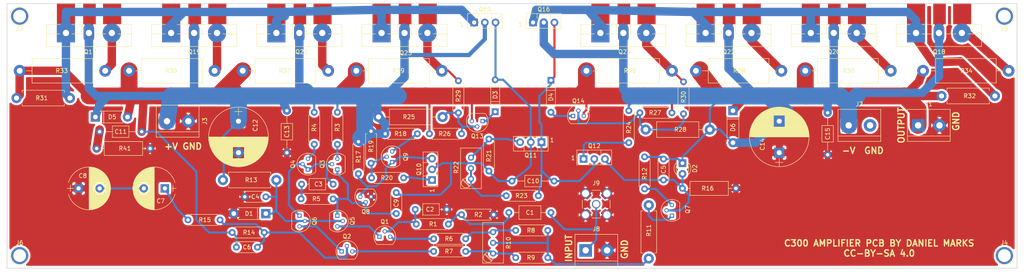
<source format=kicad_pcb>
(kicad_pcb (version 4) (host pcbnew 4.0.7)
  (layers (0 F.Cu signal) (31 B.Cu signal) (34 B.Paste user) (35 F.Paste user) (36 B.SilkS user) (37 F.SilkS user) (38 B.Mask user) (39 F.Mask user) (44 Edge.Cuts user))
  (net 0 "")
  (net 1 "Net-(C1-Pad1)")
  (net 2 INPUT)
  (net 3 GND)
  (net 4 "Net-(C2-Pad2)")
  (net 5 "Net-(C3-Pad1)")
  (net 6 "Net-(C3-Pad2)")
  (net 7 "Net-(C4-Pad2)")
  (net 8 -48V)
  (net 9 "Net-(C5-Pad2)")
  (net 10 "Net-(C6-Pad1)")
  (net 11 OUTPUT)
  (net 12 "Net-(C7-Pad1)")
  (net 13 "Net-(C7-Pad2)")
  (net 14 "Net-(C9-Pad1)")
  (net 15 "Net-(C10-Pad2)")
  (net 16 "Net-(C10-Pad1)")
  (net 17 "Net-(C11-Pad1)")
  (net 18 +48V)
  (net 19 "Net-(D3-Pad1)")
  (net 20 "Net-(D4-Pad2)")
  (net 21 "Net-(Q1-Pad3)")
  (net 22 "Net-(Q1-Pad1)")
  (net 23 "Net-(Q2-Pad3)")
  (net 24 "Net-(Q2-Pad1)")
  (net 25 "Net-(Q3-Pad3)")
  (net 26 "Net-(Q4-Pad3)")
  (net 27 "Net-(Q7-Pad3)")
  (net 28 "Net-(Q7-Pad1)")
  (net 29 "Net-(Q10-Pad3)")
  (net 30 "Net-(Q9-Pad2)")
  (net 31 "Net-(Q9-Pad3)")
  (net 32 "Net-(Q10-Pad1)")
  (net 33 "Net-(Q11-Pad3)")
  (net 34 "Net-(Q12-Pad1)")
  (net 35 "Net-(Q13-Pad2)")
  (net 36 "Net-(Q14-Pad2)")
  (net 37 "Net-(Q15-Pad1)")
  (net 38 "Net-(Q16-Pad1)")
  (net 39 "Net-(Q17-Pad3)")
  (net 40 "Net-(Q18-Pad3)")
  (net 41 "Net-(Q19-Pad3)")
  (net 42 "Net-(Q20-Pad3)")
  (net 43 "Net-(Q21-Pad3)")
  (net 44 "Net-(Q22-Pad3)")
  (net 45 "Net-(Q23-Pad3)")
  (net 46 "Net-(Q24-Pad3)")
  (net 47 "Net-(R10-Pad3)")
  (net 48 "Net-(R10-Pad1)")
  (net 49 "Net-(R10-Pad2)")
  (net 50 "Net-(R22-Pad1)")
  (module TO_SOT_Packages_THT:TO-126_Vertical (layer F.Cu) (at 151 47.5)
    (fp_text reference Q16 (at 2.54 -3.12) (layer F.SilkS))
    (fp_text value MJE350)
    (pad 1 thru_hole rect (at 0 0) (size 1.8 1.8) (drill 1) (layers *.Cu *.Mask) (net 38 "Net-(Q16-Pad1)"))
    (pad 2 thru_hole oval (at 2.54 0) (size 1.8 1.8) (drill 1) (layers *.Cu *.Mask) (net 8 -48V))
    (pad 3 thru_hole oval (at 5.08 0) (size 1.8 1.8) (drill 1) (layers *.Cu *.Mask) (net 16 "Net-(C10-Pad1)"))
  )
  (module Resistors_THT:R_Axial_DIN0207_L6.3mm_D2.5mm_P7.62mm_Horizontal (layer F.Cu) (at 184 69 180)
    (fp_text reference R27 (at 4 0 180) (layer F.SilkS))
    (fp_text value 33R)
    (pad 1 thru_hole circle (at 0 0 180) (size 1.6 1.6) (drill 0.8) (layers *.Cu *.Mask) (net 11 OUTPUT))
    (pad 2 thru_hole oval (at 7.62 0 180) (size 1.6 1.6) (drill 0.8) (layers *.Cu *.Mask) (net 36 "Net-(Q14-Pad2)"))
  )
  (module Resistors_THT:R_Axial_DIN0411_L9.9mm_D3.6mm_P15.24mm_Horizontal (layer F.Cu) (at 129.5 70 180)
    (fp_text reference R25 (at 8 0 180) (layer F.SilkS))
    (fp_text value 3k3)
    (pad 1 thru_hole circle (at 0 0 180) (size 2.4 2.4) (drill 1.2) (layers *.Cu *.Mask) (net 35 "Net-(Q13-Pad2)"))
    (pad 2 thru_hole oval (at 15.24 0 180) (size 2.4 2.4) (drill 1.2) (layers *.Cu *.Mask) (net 18 +48V))
  )
  (module TO_SOT_Packages_THT:TO-126_Vertical (layer F.Cu) (at 153 76 180)
    (fp_text reference Q11 (at 2.54 -3.12 180) (layer F.SilkS))
    (fp_text value MJE340)
    (pad 1 thru_hole rect (at 0 0 180) (size 1.8 1.8) (drill 1) (layers *.Cu *.Mask) (net 16 "Net-(C10-Pad1)"))
    (pad 2 thru_hole oval (at 2.54 0 180) (size 1.8 1.8) (drill 1) (layers *.Cu *.Mask) (net 15 "Net-(C10-Pad2)"))
    (pad 3 thru_hole oval (at 5.08 0 180) (size 1.8 1.8) (drill 1) (layers *.Cu *.Mask) (net 33 "Net-(Q11-Pad3)"))
  )
  (module Capacitors_THT:C_Axial_L5.1mm_D3.1mm_P10.00mm_Horizontal (layer F.Cu) (at 145.25 92.75)
    (fp_text reference C1 (at 5 0) (layer F.SilkS))
    (fp_text value "10 uF")
    (pad 1 thru_hole circle (at 0 0) (size 1.6 1.6) (drill 0.8) (layers *.Cu *.Mask) (net 1 "Net-(C1-Pad1)"))
    (pad 2 thru_hole oval (at 10 0) (size 1.6 1.6) (drill 0.8) (layers *.Cu *.Mask) (net 2 INPUT))
  )
  (module Capacitors_THT:C_Axial_L3.8mm_D2.6mm_P7.50mm_Horizontal (layer F.Cu) (at 130.5 92 180)
    (fp_text reference C2 (at 4 0 180) (layer F.SilkS))
    (fp_text value "470 pF")
    (pad 1 thru_hole circle (at 0 0 180) (size 1.6 1.6) (drill 0.8) (layers *.Cu *.Mask) (net 3 GND))
    (pad 2 thru_hole oval (at 7.5 0 180) (size 1.6 1.6) (drill 0.8) (layers *.Cu *.Mask) (net 4 "Net-(C2-Pad2)"))
  )
  (module Capacitors_THT:C_Axial_L3.8mm_D2.6mm_P7.50mm_Horizontal (layer F.Cu) (at 96 86)
    (fp_text reference C3 (at 4 0) (layer F.SilkS))
    (fp_text value "220 pF")
    (pad 1 thru_hole circle (at 0 0) (size 1.6 1.6) (drill 0.8) (layers *.Cu *.Mask) (net 5 "Net-(C3-Pad1)"))
    (pad 2 thru_hole oval (at 7.5 0) (size 1.6 1.6) (drill 0.8) (layers *.Cu *.Mask) (net 6 "Net-(C3-Pad2)"))
  )
  (module Capacitors_THT:C_Disc_D5.0mm_W2.5mm_P5.00mm (layer F.Cu) (at 82.5 89)
    (fp_text reference C4 (at 2.5 0) (layer F.SilkS))
    (fp_text value "0.1 uF")
    (pad 1 thru_hole circle (at 0 0) (size 1.6 1.6) (drill 0.8) (layers *.Cu *.Mask) (net 3 GND))
    (pad 2 thru_hole circle (at 5 0) (size 1.6 1.6) (drill 0.8) (layers *.Cu *.Mask) (net 7 "Net-(C4-Pad2)"))
  )
  (module Capacitors_THT:C_Disc_D5.0mm_W2.5mm_P5.00mm (layer F.Cu) (at 182 80 270)
    (fp_text reference C5 (at 2.5 0 270) (layer F.SilkS))
    (fp_text value "0.1 uF")
    (pad 1 thru_hole circle (at 0 0 270) (size 1.6 1.6) (drill 0.8) (layers *.Cu *.Mask) (net 8 -48V))
    (pad 2 thru_hole circle (at 5 0 270) (size 1.6 1.6) (drill 0.8) (layers *.Cu *.Mask) (net 9 "Net-(C5-Pad2)"))
  )
  (module Capacitors_THT:C_Disc_D5.0mm_W2.5mm_P5.00mm (layer F.Cu) (at 85.5 101 180)
    (fp_text reference C6 (at 2.5 0 180) (layer F.SilkS))
    (fp_text value "10 pF")
    (pad 1 thru_hole circle (at 0 0 180) (size 1.6 1.6) (drill 0.8) (layers *.Cu *.Mask) (net 10 "Net-(C6-Pad1)"))
    (pad 2 thru_hole circle (at 5 0 180) (size 1.6 1.6) (drill 0.8) (layers *.Cu *.Mask) (net 11 OUTPUT))
  )
  (module Capacitors_THT:CP_Radial_D10.0mm_P5.00mm (layer F.Cu) (at 63.5 87 180)
    (fp_text reference C7 (at 1 -3 180) (layer F.SilkS))
    (fp_text value "1000 uF")
    (pad 1 thru_hole rect (at 0 0 180) (size 2 2) (drill 1) (layers *.Cu *.Mask) (net 12 "Net-(C7-Pad1)"))
    (pad 2 thru_hole circle (at 5 0 180) (size 2 2) (drill 1) (layers *.Cu *.Mask) (net 13 "Net-(C7-Pad2)"))
  )
  (module Capacitors_THT:CP_Radial_D10.0mm_P5.00mm (layer F.Cu) (at 43 87)
    (fp_text reference C8 (at 1 -3) (layer F.SilkS))
    (fp_text value "1000 uF")
    (pad 1 thru_hole rect (at 0 0) (size 2 2) (drill 1) (layers *.Cu *.Mask) (net 3 GND))
    (pad 2 thru_hole circle (at 5 0) (size 2 2) (drill 1) (layers *.Cu *.Mask) (net 13 "Net-(C7-Pad2)"))
  )
  (module Capacitors_THT:C_Disc_D5.0mm_W2.5mm_P5.00mm (layer F.Cu) (at 118.5 93 90)
    (fp_text reference C9 (at 2.5 0 90) (layer F.SilkS))
    (fp_text value "33 pF")
    (pad 1 thru_hole circle (at 0 0 90) (size 1.6 1.6) (drill 0.8) (layers *.Cu *.Mask) (net 14 "Net-(C9-Pad1)"))
    (pad 2 thru_hole circle (at 5 0 90) (size 1.6 1.6) (drill 0.8) (layers *.Cu *.Mask) (net 15 "Net-(C10-Pad2)"))
  )
  (module Capacitors_THT:C_Axial_L3.8mm_D2.6mm_P10.00mm_Horizontal (layer F.Cu) (at 156 85.25 180)
    (fp_text reference C10 (at 5 0 180) (layer F.SilkS))
    (fp_text value "0.1 uF")
    (pad 1 thru_hole circle (at 0 0 180) (size 1.6 1.6) (drill 0.8) (layers *.Cu *.Mask) (net 16 "Net-(C10-Pad1)"))
    (pad 2 thru_hole oval (at 10 0 180) (size 1.6 1.6) (drill 0.8) (layers *.Cu *.Mask) (net 15 "Net-(C10-Pad2)"))
  )
  (module Capacitors_THT:C_Axial_L3.8mm_D2.6mm_P10.00mm_Horizontal (layer F.Cu) (at 48 73.5)
    (fp_text reference C11 (at 5 0) (layer F.SilkS))
    (fp_text value "0.1 uF")
    (pad 1 thru_hole circle (at 0 0) (size 1.6 1.6) (drill 0.8) (layers *.Cu *.Mask) (net 17 "Net-(C11-Pad1)"))
    (pad 2 thru_hole oval (at 10 0) (size 1.6 1.6) (drill 0.8) (layers *.Cu *.Mask) (net 11 OUTPUT))
  )
  (module Capacitors_THT:CP_Radial_D14.0mm_P7.50mm (layer F.Cu) (at 81 71 270)
    (fp_text reference C12 (at 1 -4 270) (layer F.SilkS))
    (fp_text value "100 uF")
    (pad 1 thru_hole rect (at 0 0 270) (size 2.4 2.4) (drill 1.2) (layers *.Cu *.Mask) (net 18 +48V))
    (pad 2 thru_hole circle (at 7.5 0 270) (size 2.4 2.4) (drill 1.2) (layers *.Cu *.Mask) (net 3 GND))
  )
  (module Capacitors_THT:C_Axial_L3.8mm_D2.6mm_P10.00mm_Horizontal (layer F.Cu) (at 92.5 68.5 270)
    (fp_text reference C13 (at 5 0 270) (layer F.SilkS))
    (fp_text value "0.1 uF")
    (pad 1 thru_hole circle (at 0 0 270) (size 1.6 1.6) (drill 0.8) (layers *.Cu *.Mask) (net 18 +48V))
    (pad 2 thru_hole oval (at 10 0 270) (size 1.6 1.6) (drill 0.8) (layers *.Cu *.Mask) (net 3 GND))
  )
  (module Capacitors_THT:CP_Radial_D14.0mm_P7.50mm (layer F.Cu) (at 209.5 78.5 90)
    (fp_text reference C14 (at 2 -4 90) (layer F.SilkS))
    (fp_text value "100 uF")
    (pad 1 thru_hole rect (at 0 0 90) (size 2.4 2.4) (drill 1.2) (layers *.Cu *.Mask) (net 3 GND))
    (pad 2 thru_hole circle (at 7.5 0 90) (size 2.4 2.4) (drill 1.2) (layers *.Cu *.Mask) (net 8 -48V))
  )
  (module Capacitors_THT:C_Axial_L3.8mm_D2.6mm_P10.00mm_Horizontal (layer F.Cu) (at 221 69 270)
    (fp_text reference C15 (at 5 0 270) (layer F.SilkS))
    (fp_text value "0.1 uF")
    (pad 1 thru_hole circle (at 0 0 270) (size 1.6 1.6) (drill 0.8) (layers *.Cu *.Mask) (net 8 -48V))
    (pad 2 thru_hole oval (at 10 0 270) (size 1.6 1.6) (drill 0.8) (layers *.Cu *.Mask) (net 3 GND))
  )
  (module Diodes_THT:D_DO-41_SOD81_P7.62mm_Horizontal (layer F.Cu) (at 87.5 93 180)
    (fp_text reference D1 (at 4 0 180) (layer F.SilkS))
    (fp_text value 1N4477)
    (pad 1 thru_hole rect (at 0 0 180) (size 2.2 2.2) (drill 1.1) (layers *.Cu *.Mask) (net 7 "Net-(C4-Pad2)"))
    (pad 2 thru_hole oval (at 7.62 0 180) (size 2.2 2.2) (drill 1.1) (layers *.Cu *.Mask) (net 3 GND))
  )
  (module LEDs:LED_D3.0mm (layer F.Cu) (at 186.5 81 270)
    (fp_text reference D2 (at 1.27 -2.96 270) (layer F.SilkS))
    (fp_text value "RED LED")
    (pad 1 thru_hole rect (at 0 0 270) (size 1.8 1.8) (drill 0.9) (layers *.Cu *.Mask) (net 8 -48V))
    (pad 2 thru_hole circle (at 2.54 0 270) (size 1.8 1.8) (drill 0.9) (layers *.Cu *.Mask) (net 9 "Net-(C5-Pad2)"))
  )
  (module Diodes_THT:D_DO-35_SOD27_P7.62mm_Horizontal (layer F.Cu) (at 142 68.75 90)
    (fp_text reference D3 (at 4 0 90) (layer F.SilkS))
    (fp_text value 1N4148)
    (pad 1 thru_hole rect (at 0 0 90) (size 1.6 1.6) (drill 0.8) (layers *.Cu *.Mask) (net 19 "Net-(D3-Pad1)"))
    (pad 2 thru_hole oval (at 7.62 0 90) (size 1.6 1.6) (drill 0.8) (layers *.Cu *.Mask) (net 15 "Net-(C10-Pad2)"))
  )
  (module Diodes_THT:D_DO-35_SOD27_P7.62mm_Horizontal (layer F.Cu) (at 155.25 61.25 270)
    (fp_text reference D4 (at 4 0 270) (layer F.SilkS))
    (fp_text value 1N4148)
    (pad 1 thru_hole rect (at 0 0 270) (size 1.6 1.6) (drill 0.8) (layers *.Cu *.Mask) (net 16 "Net-(C10-Pad1)"))
    (pad 2 thru_hole oval (at 7.62 0 270) (size 1.6 1.6) (drill 0.8) (layers *.Cu *.Mask) (net 20 "Net-(D4-Pad2)"))
  )
  (module Diodes_THT:D_DO-41_SOD81_P7.62mm_Horizontal (layer F.Cu) (at 47 70)
    (fp_text reference D5 (at 4 0) (layer F.SilkS))
    (fp_text value 1N4007)
    (pad 1 thru_hole rect (at 0 0) (size 2.2 2.2) (drill 1.1) (layers *.Cu *.Mask) (net 18 +48V))
    (pad 2 thru_hole oval (at 7.62 0) (size 2.2 2.2) (drill 1.1) (layers *.Cu *.Mask) (net 11 OUTPUT))
  )
  (module Diodes_THT:D_DO-41_SOD81_P7.62mm_Horizontal (layer F.Cu) (at 198.5 68.5 270)
    (fp_text reference D6 (at 4 0 270) (layer F.SilkS))
    (fp_text value 1N4007)
    (pad 1 thru_hole rect (at 0 0 270) (size 2.2 2.2) (drill 1.1) (layers *.Cu *.Mask) (net 11 OUTPUT))
    (pad 2 thru_hole oval (at 7.62 0 270) (size 2.2 2.2) (drill 1.1) (layers *.Cu *.Mask) (net 8 -48V))
  )
  (module TO_SOT_Packages_THT:TO-92_Molded_Narrow (layer F.Cu) (at 114.5 98.5)
    (fp_text reference Q1 (at 1.27 -3.56) (layer F.SilkS))
    (fp_text value BC546)
    (pad 2 thru_hole circle (at 1.27 -1.27 90) (size 1 1) (drill 0.6) (layers *.Cu *.Mask) (net 4 "Net-(C2-Pad2)"))
    (pad 3 thru_hole circle (at 2.54 0 90) (size 1 1) (drill 0.6) (layers *.Cu *.Mask) (net 21 "Net-(Q1-Pad3)"))
    (pad 1 thru_hole rect (at 0 0 90) (size 1 1) (drill 0.6) (layers *.Cu *.Mask) (net 22 "Net-(Q1-Pad1)"))
  )
  (module TO_SOT_Packages_THT:TO-92_Molded_Narrow (layer F.Cu) (at 105.5 102)
    (fp_text reference Q2 (at 1.27 -3.56) (layer F.SilkS))
    (fp_text value BC546)
    (pad 2 thru_hole circle (at 1.27 -1.27 90) (size 1 1) (drill 0.6) (layers *.Cu *.Mask) (net 10 "Net-(C6-Pad1)"))
    (pad 3 thru_hole circle (at 2.54 0 90) (size 1 1) (drill 0.6) (layers *.Cu *.Mask) (net 23 "Net-(Q2-Pad3)"))
    (pad 1 thru_hole rect (at 0 0 90) (size 1 1) (drill 0.6) (layers *.Cu *.Mask) (net 24 "Net-(Q2-Pad1)"))
  )
  (module TO_SOT_Packages_THT:TO-92_Molded_Narrow (layer F.Cu) (at 104.5 82.5 90)
    (fp_text reference Q3 (at 1.27 -3.56 90) (layer F.SilkS))
    (fp_text value BC556)
    (pad 2 thru_hole circle (at 1.27 -1.27 180) (size 1 1) (drill 0.6) (layers *.Cu *.Mask) (net 6 "Net-(C3-Pad2)"))
    (pad 3 thru_hole circle (at 2.54 0 180) (size 1 1) (drill 0.6) (layers *.Cu *.Mask) (net 25 "Net-(Q3-Pad3)"))
    (pad 1 thru_hole rect (at 0 0 180) (size 1 1) (drill 0.6) (layers *.Cu *.Mask) (net 14 "Net-(C9-Pad1)"))
  )
  (module TO_SOT_Packages_THT:TO-92_Molded_Narrow (layer F.Cu) (at 97.5 82.5 90)
    (fp_text reference Q4 (at 1.27 -3.56 90) (layer F.SilkS))
    (fp_text value BC556)
    (pad 2 thru_hole circle (at 1.27 -1.27 180) (size 1 1) (drill 0.6) (layers *.Cu *.Mask) (net 6 "Net-(C3-Pad2)"))
    (pad 3 thru_hole circle (at 2.54 0 180) (size 1 1) (drill 0.6) (layers *.Cu *.Mask) (net 26 "Net-(Q4-Pad3)"))
    (pad 1 thru_hole rect (at 0 0 180) (size 1 1) (drill 0.6) (layers *.Cu *.Mask) (net 6 "Net-(C3-Pad2)"))
  )
  (module TO_SOT_Packages_THT:TO-92_Molded_Narrow (layer F.Cu) (at 104.5 93.5 270)
    (fp_text reference Q5 (at 1.27 -3.56 270) (layer F.SilkS))
    (fp_text value BC546)
    (pad 2 thru_hole circle (at 1.27 -1.27) (size 1 1) (drill 0.6) (layers *.Cu *.Mask) (net 7 "Net-(C4-Pad2)"))
    (pad 3 thru_hole circle (at 2.54 0) (size 1 1) (drill 0.6) (layers *.Cu *.Mask) (net 22 "Net-(Q1-Pad1)"))
    (pad 1 thru_hole rect (at 0 0) (size 1 1) (drill 0.6) (layers *.Cu *.Mask) (net 14 "Net-(C9-Pad1)"))
  )
  (module TO_SOT_Packages_THT:TO-92_Molded_Narrow (layer F.Cu) (at 95.5 93.5 270)
    (fp_text reference Q6 (at 1.27 -3.56 270) (layer F.SilkS))
    (fp_text value BC546)
    (pad 2 thru_hole circle (at 1.27 -1.27) (size 1 1) (drill 0.6) (layers *.Cu *.Mask) (net 7 "Net-(C4-Pad2)"))
    (pad 3 thru_hole circle (at 2.54 0) (size 1 1) (drill 0.6) (layers *.Cu *.Mask) (net 24 "Net-(Q2-Pad1)"))
    (pad 1 thru_hole rect (at 0 0) (size 1 1) (drill 0.6) (layers *.Cu *.Mask) (net 6 "Net-(C3-Pad2)"))
  )
  (module TO_SOT_Packages_THT:TO-92_Molded_Narrow (layer F.Cu) (at 184 93.5 90)
    (fp_text reference Q7 (at 1.5 3.75 90) (layer F.SilkS))
    (fp_text value BC546)
    (pad 2 thru_hole circle (at 1.27 -1.27 180) (size 1 1) (drill 0.6) (layers *.Cu *.Mask) (net 9 "Net-(C5-Pad2)"))
    (pad 3 thru_hole circle (at 2.54 0 180) (size 1 1) (drill 0.6) (layers *.Cu *.Mask) (net 27 "Net-(Q7-Pad3)"))
    (pad 1 thru_hole rect (at 0 0 180) (size 1 1) (drill 0.6) (layers *.Cu *.Mask) (net 28 "Net-(Q7-Pad1)"))
  )
  (module TO_SOT_Packages_THT:TO-92_Molded_Narrow (layer F.Cu) (at 112.5 89 180)
    (fp_text reference Q8 (at 1.27 -3.56 180) (layer F.SilkS))
    (fp_text value MPSA92)
    (pad 2 thru_hole circle (at 1.27 -1.27 270) (size 1 1) (drill 0.6) (layers *.Cu *.Mask) (net 14 "Net-(C9-Pad1)"))
    (pad 3 thru_hole circle (at 2.54 0 270) (size 1 1) (drill 0.6) (layers *.Cu *.Mask) (net 29 "Net-(Q10-Pad3)"))
    (pad 1 thru_hole rect (at 0 0 270) (size 1 1) (drill 0.6) (layers *.Cu *.Mask) (net 3 GND))
  )
  (module TO_SOT_Packages_THT:TO-92_Molded_Narrow (layer F.Cu) (at 117.5 80.75 90)
    (fp_text reference Q9 (at 1.25 3.25 90) (layer F.SilkS))
    (fp_text value BC556)
    (pad 2 thru_hole circle (at 1.27 -1.27 180) (size 1 1) (drill 0.6) (layers *.Cu *.Mask) (net 30 "Net-(Q9-Pad2)"))
    (pad 3 thru_hole circle (at 2.54 0 180) (size 1 1) (drill 0.6) (layers *.Cu *.Mask) (net 31 "Net-(Q9-Pad3)"))
    (pad 1 thru_hole rect (at 0 0 180) (size 1 1) (drill 0.6) (layers *.Cu *.Mask) (net 29 "Net-(Q10-Pad3)"))
  )
  (module TO_SOT_Packages_THT:TO-126_Vertical (layer F.Cu) (at 127 85 90)
    (fp_text reference Q10 (at 2.54 -3.12 90) (layer F.SilkS))
    (fp_text value MJE350)
    (pad 1 thru_hole rect (at 0 0 90) (size 1.8 1.8) (drill 1) (layers *.Cu *.Mask) (net 32 "Net-(Q10-Pad1)"))
    (pad 2 thru_hole oval (at 2.54 0 90) (size 1.8 1.8) (drill 1) (layers *.Cu *.Mask) (net 15 "Net-(C10-Pad2)"))
    (pad 3 thru_hole oval (at 5.08 0 90) (size 1.8 1.8) (drill 1) (layers *.Cu *.Mask) (net 29 "Net-(Q10-Pad3)"))
  )
  (module TO_SOT_Packages_THT:TO-126_Vertical (layer F.Cu) (at 163 80)
    (fp_text reference Q12 (at 2.54 -3.12) (layer F.SilkS))
    (fp_text value MJE340)
    (pad 1 thru_hole rect (at 0 0) (size 1.8 1.8) (drill 1) (layers *.Cu *.Mask) (net 34 "Net-(Q12-Pad1)"))
    (pad 2 thru_hole oval (at 2.54 0) (size 1.8 1.8) (drill 1) (layers *.Cu *.Mask) (net 16 "Net-(C10-Pad1)"))
    (pad 3 thru_hole oval (at 5.08 0) (size 1.8 1.8) (drill 1) (layers *.Cu *.Mask) (net 9 "Net-(C5-Pad2)"))
  )
  (module TO_SOT_Packages_THT:TO-92_Molded_Narrow (layer F.Cu) (at 139 71 180)
    (fp_text reference Q13 (at 1.27 -3.56 180) (layer F.SilkS))
    (fp_text value BC546)
    (pad 2 thru_hole circle (at 1.27 -1.27 270) (size 1 1) (drill 0.6) (layers *.Cu *.Mask) (net 35 "Net-(Q13-Pad2)"))
    (pad 3 thru_hole circle (at 2.54 0 270) (size 1 1) (drill 0.6) (layers *.Cu *.Mask) (net 11 OUTPUT))
    (pad 1 thru_hole rect (at 0 0 270) (size 1 1) (drill 0.6) (layers *.Cu *.Mask) (net 19 "Net-(D3-Pad1)"))
  )
  (module TO_SOT_Packages_THT:TO-92_Molded_Narrow (layer F.Cu) (at 160.5 69.75)
    (fp_text reference Q14 (at 1.27 -3.56) (layer F.SilkS))
    (fp_text value BC556)
    (pad 2 thru_hole circle (at 1.27 -1.27 90) (size 1 1) (drill 0.6) (layers *.Cu *.Mask) (net 36 "Net-(Q14-Pad2)"))
    (pad 3 thru_hole circle (at 2.54 0 90) (size 1 1) (drill 0.6) (layers *.Cu *.Mask) (net 11 OUTPUT))
    (pad 1 thru_hole rect (at 0 0 90) (size 1 1) (drill 0.6) (layers *.Cu *.Mask) (net 20 "Net-(D4-Pad2)"))
  )
  (module TO_SOT_Packages_THT:TO-126_Vertical (layer F.Cu) (at 137 47.5)
    (fp_text reference Q15 (at 2.54 -3.12) (layer F.SilkS))
    (fp_text value MJE340)
    (pad 1 thru_hole rect (at 0 0) (size 1.8 1.8) (drill 1) (layers *.Cu *.Mask) (net 37 "Net-(Q15-Pad1)"))
    (pad 2 thru_hole oval (at 2.54 0) (size 1.8 1.8) (drill 1) (layers *.Cu *.Mask) (net 18 +48V))
    (pad 3 thru_hole oval (at 5.08 0) (size 1.8 1.8) (drill 1) (layers *.Cu *.Mask) (net 15 "Net-(C10-Pad2)"))
  )
  (module Resistors_THT:R_Axial_DIN0207_L6.3mm_D2.5mm_P7.62mm_Horizontal (layer F.Cu) (at 123.25 95.5)
    (fp_text reference R1 (at 4 0) (layer F.SilkS))
    (fp_text value 1k)
    (pad 1 thru_hole circle (at 0 0) (size 1.6 1.6) (drill 0.8) (layers *.Cu *.Mask) (net 4 "Net-(C2-Pad2)"))
    (pad 2 thru_hole oval (at 7.62 0) (size 1.6 1.6) (drill 0.8) (layers *.Cu *.Mask) (net 1 "Net-(C1-Pad1)"))
  )
  (module Resistors_THT:R_Axial_DIN0207_L6.3mm_D2.5mm_P7.62mm_Horizontal (layer F.Cu) (at 134 93.25)
    (fp_text reference R2 (at 4 0) (layer F.SilkS))
    (fp_text value 10k)
    (pad 1 thru_hole circle (at 0 0) (size 1.6 1.6) (drill 0.8) (layers *.Cu *.Mask) (net 1 "Net-(C1-Pad1)"))
    (pad 2 thru_hole oval (at 7.62 0) (size 1.6 1.6) (drill 0.8) (layers *.Cu *.Mask) (net 3 GND))
  )
  (module Resistors_THT:R_Axial_DIN0207_L6.3mm_D2.5mm_P7.62mm_Horizontal (layer F.Cu) (at 104.5 76.5 90)
    (fp_text reference R3 (at 4 0 90) (layer F.SilkS))
    (fp_text value 180R)
    (pad 1 thru_hole circle (at 0 0 90) (size 1.6 1.6) (drill 0.8) (layers *.Cu *.Mask) (net 25 "Net-(Q3-Pad3)"))
    (pad 2 thru_hole oval (at 7.62 0 90) (size 1.6 1.6) (drill 0.8) (layers *.Cu *.Mask) (net 18 +48V))
  )
  (module Resistors_THT:R_Axial_DIN0207_L6.3mm_D2.5mm_P7.62mm_Horizontal (layer F.Cu) (at 99 76.5 90)
    (fp_text reference R4 (at 4 0 90) (layer F.SilkS))
    (fp_text value 180R)
    (pad 1 thru_hole circle (at 0 0 90) (size 1.6 1.6) (drill 0.8) (layers *.Cu *.Mask) (net 26 "Net-(Q4-Pad3)"))
    (pad 2 thru_hole oval (at 7.62 0 90) (size 1.6 1.6) (drill 0.8) (layers *.Cu *.Mask) (net 18 +48V))
  )
  (module Resistors_THT:R_Axial_DIN0207_L6.3mm_D2.5mm_P7.62mm_Horizontal (layer F.Cu) (at 103.5 89.5 180)
    (fp_text reference R5 (at 4 0 180) (layer F.SilkS))
    (fp_text value 620R)
    (pad 1 thru_hole circle (at 0 0 180) (size 1.6 1.6) (drill 0.8) (layers *.Cu *.Mask) (net 14 "Net-(C9-Pad1)"))
    (pad 2 thru_hole oval (at 7.62 0 180) (size 1.6 1.6) (drill 0.8) (layers *.Cu *.Mask) (net 5 "Net-(C3-Pad1)"))
  )
  (module Resistors_THT:R_Axial_DIN0207_L6.3mm_D2.5mm_P7.62mm_Horizontal (layer F.Cu) (at 135 99 180)
    (fp_text reference R6 (at 4 0 180) (layer F.SilkS))
    (fp_text value 100R)
    (pad 1 thru_hole circle (at 0 0 180) (size 1.6 1.6) (drill 0.8) (layers *.Cu *.Mask) (net 47 "Net-(R10-Pad3)"))
    (pad 2 thru_hole oval (at 7.62 0 180) (size 1.6 1.6) (drill 0.8) (layers *.Cu *.Mask) (net 21 "Net-(Q1-Pad3)"))
  )
  (module Resistors_THT:R_Axial_DIN0207_L6.3mm_D2.5mm_P7.62mm_Horizontal (layer F.Cu) (at 135 102 180)
    (fp_text reference R7 (at 4 0 180) (layer F.SilkS))
    (fp_text value 100R)
    (pad 1 thru_hole circle (at 0 0 180) (size 1.6 1.6) (drill 0.8) (layers *.Cu *.Mask) (net 48 "Net-(R10-Pad1)"))
    (pad 2 thru_hole oval (at 7.62 0 180) (size 1.6 1.6) (drill 0.8) (layers *.Cu *.Mask) (net 23 "Net-(Q2-Pad3)"))
  )
  (module Resistors_THT:R_Axial_DIN0207_L6.3mm_D2.5mm_P7.62mm_Horizontal (layer F.Cu) (at 154.5 97 180)
    (fp_text reference R8 (at 4 0 180) (layer F.SilkS))
    (fp_text value 56R)
    (pad 1 thru_hole circle (at 0 0 180) (size 1.6 1.6) (drill 0.8) (layers *.Cu *.Mask) (net 49 "Net-(R10-Pad2)"))
    (pad 2 thru_hole oval (at 7.62 0 180) (size 1.6 1.6) (drill 0.8) (layers *.Cu *.Mask) (net 47 "Net-(R10-Pad3)"))
  )
  (module Resistors_THT:R_Axial_DIN0207_L6.3mm_D2.5mm_P7.62mm_Horizontal (layer F.Cu) (at 154.5 103.5 180)
    (fp_text reference R9 (at 4 0 180) (layer F.SilkS))
    (fp_text value 56R)
    (pad 1 thru_hole circle (at 0 0 180) (size 1.6 1.6) (drill 0.8) (layers *.Cu *.Mask) (net 49 "Net-(R10-Pad2)"))
    (pad 2 thru_hole oval (at 7.62 0 180) (size 1.6 1.6) (drill 0.8) (layers *.Cu *.Mask) (net 48 "Net-(R10-Pad1)"))
  )
  (module Potentiometers:Potentiometer_Trimmer_Bourns_3296W (layer F.Cu) (at 141.5 102.5 270)
    (fp_text reference R10 (at -2.54 -3.66 270) (layer F.SilkS))
    (fp_text value 100R)
    (pad 1 thru_hole circle (at 0 0 270) (size 1.44 1.44) (drill 0.8) (layers *.Cu *.Mask) (net 48 "Net-(R10-Pad1)"))
    (pad 2 thru_hole circle (at -2.54 0 270) (size 1.44 1.44) (drill 0.8) (layers *.Cu *.Mask) (net 49 "Net-(R10-Pad2)"))
    (pad 3 thru_hole circle (at -5.08 0 270) (size 1.44 1.44) (drill 0.8) (layers *.Cu *.Mask) (net 47 "Net-(R10-Pad3)"))
  )
  (module Resistors_THT:R_Axial_DIN0411_L9.9mm_D3.6mm_P12.70mm_Horizontal (layer F.Cu) (at 178.5 91 270)
    (fp_text reference R11 (at 6 0 270) (layer F.SilkS))
    (fp_text value 6k8)
    (pad 1 thru_hole circle (at 0 0 270) (size 2.4 2.4) (drill 1.2) (layers *.Cu *.Mask) (net 28 "Net-(Q7-Pad1)"))
    (pad 2 thru_hole oval (at 12.7 0 270) (size 2.4 2.4) (drill 1.2) (layers *.Cu *.Mask) (net 49 "Net-(R10-Pad2)"))
  )
  (module Resistors_THT:R_Axial_DIN0207_L6.3mm_D2.5mm_P7.62mm_Horizontal (layer F.Cu) (at 177.5 79.5 270)
    (fp_text reference R12 (at 4 0 270) (layer F.SilkS))
    (fp_text value 200R)
    (pad 1 thru_hole circle (at 0 0 270) (size 1.6 1.6) (drill 0.8) (layers *.Cu *.Mask) (net 8 -48V))
    (pad 2 thru_hole oval (at 7.62 0 270) (size 1.6 1.6) (drill 0.8) (layers *.Cu *.Mask) (net 27 "Net-(Q7-Pad3)"))
  )
  (module Resistors_THT:R_Axial_DIN0411_L9.9mm_D3.6mm_P12.70mm_Horizontal (layer F.Cu) (at 90 85 180)
    (fp_text reference R13 (at 6 0 180) (layer F.SilkS))
    (fp_text value 5k6)
    (pad 1 thru_hole circle (at 0 0 180) (size 2.4 2.4) (drill 1.2) (layers *.Cu *.Mask) (net 7 "Net-(C4-Pad2)"))
    (pad 2 thru_hole oval (at 12.7 0 180) (size 2.4 2.4) (drill 1.2) (layers *.Cu *.Mask) (net 18 +48V))
  )
  (module Resistors_THT:R_Axial_DIN0207_L6.3mm_D2.5mm_P7.62mm_Horizontal (layer F.Cu) (at 79.5 97.5)
    (fp_text reference R14 (at 4 0) (layer F.SilkS))
    (fp_text value 10k)
    (pad 1 thru_hole circle (at 0 0) (size 1.6 1.6) (drill 0.8) (layers *.Cu *.Mask) (net 11 OUTPUT))
    (pad 2 thru_hole oval (at 7.62 0) (size 1.6 1.6) (drill 0.8) (layers *.Cu *.Mask) (net 10 "Net-(C6-Pad1)"))
  )
  (module Resistors_THT:R_Axial_DIN0207_L6.3mm_D2.5mm_P7.62mm_Horizontal (layer F.Cu) (at 69 94.5)
    (fp_text reference R15 (at 4 0) (layer F.SilkS))
    (fp_text value 330R)
    (pad 1 thru_hole circle (at 0 0) (size 1.6 1.6) (drill 0.8) (layers *.Cu *.Mask) (net 12 "Net-(C7-Pad1)"))
    (pad 2 thru_hole oval (at 7.62 0) (size 1.6 1.6) (drill 0.8) (layers *.Cu *.Mask) (net 10 "Net-(C6-Pad1)"))
  )
  (module Resistors_THT:R_Axial_DIN0309_L9.0mm_D3.2mm_P12.70mm_Horizontal (layer F.Cu) (at 186.5 87)
    (fp_text reference R16 (at 6 0) (layer F.SilkS))
    (fp_text value 6k8)
    (pad 1 thru_hole circle (at 0 0) (size 1.6 1.6) (drill 0.8) (layers *.Cu *.Mask) (net 9 "Net-(C5-Pad2)"))
    (pad 2 thru_hole oval (at 12.7 0) (size 1.6 1.6) (drill 0.8) (layers *.Cu *.Mask) (net 3 GND))
  )
  (module Resistors_THT:R_Axial_DIN0207_L6.3mm_D2.5mm_P7.62mm_Horizontal (layer F.Cu) (at 109.5 83.5 90)
    (fp_text reference R17 (at 4 0 90) (layer F.SilkS))
    (fp_text value 1k)
    (pad 1 thru_hole circle (at 0 0 90) (size 1.6 1.6) (drill 0.8) (layers *.Cu *.Mask) (net 29 "Net-(Q10-Pad3)"))
    (pad 2 thru_hole oval (at 7.62 0 90) (size 1.6 1.6) (drill 0.8) (layers *.Cu *.Mask) (net 18 +48V))
  )
  (module Resistors_THT:R_Axial_DIN0207_L6.3mm_D2.5mm_P7.62mm_Horizontal (layer F.Cu) (at 123.5 74 180)
    (fp_text reference R18 (at 4 0 180) (layer F.SilkS))
    (fp_text value 330R)
    (pad 1 thru_hole circle (at 0 0 180) (size 1.6 1.6) (drill 0.8) (layers *.Cu *.Mask) (net 31 "Net-(Q9-Pad3)"))
    (pad 2 thru_hole oval (at 7.62 0 180) (size 1.6 1.6) (drill 0.8) (layers *.Cu *.Mask) (net 18 +48V))
  )
  (module Resistors_THT:R_Axial_DIN0207_L6.3mm_D2.5mm_P7.62mm_Horizontal (layer F.Cu) (at 112.5 81 90)
    (fp_text reference R19 (at 4 0 90) (layer F.SilkS))
    (fp_text value 10R)
    (pad 1 thru_hole circle (at 0 0 90) (size 1.6 1.6) (drill 0.8) (layers *.Cu *.Mask) (net 30 "Net-(Q9-Pad2)"))
    (pad 2 thru_hole oval (at 7.62 0 90) (size 1.6 1.6) (drill 0.8) (layers *.Cu *.Mask) (net 18 +48V))
  )
  (module Resistors_THT:R_Axial_DIN0207_L6.3mm_D2.5mm_P7.62mm_Horizontal (layer F.Cu) (at 120.25 84.5 180)
    (fp_text reference R20 (at 4 0 180) (layer F.SilkS))
    (fp_text value 27R)
    (pad 1 thru_hole circle (at 0 0 180) (size 1.6 1.6) (drill 0.8) (layers *.Cu *.Mask) (net 32 "Net-(Q10-Pad1)"))
    (pad 2 thru_hole oval (at 7.62 0 180) (size 1.6 1.6) (drill 0.8) (layers *.Cu *.Mask) (net 30 "Net-(Q9-Pad2)"))
  )
  (module Resistors_THT:R_Axial_DIN0207_L6.3mm_D2.5mm_P7.62mm_Horizontal (layer F.Cu) (at 140.5 75.25 270)
    (fp_text reference R21 (at 4 0 270) (layer F.SilkS))
    (fp_text value 390R)
    (pad 1 thru_hole circle (at 0 0 270) (size 1.6 1.6) (drill 0.8) (layers *.Cu *.Mask) (net 33 "Net-(Q11-Pad3)"))
    (pad 2 thru_hole oval (at 7.62 0 270) (size 1.6 1.6) (drill 0.8) (layers *.Cu *.Mask) (net 15 "Net-(C10-Pad2)"))
  )
  (module Potentiometers:Potentiometer_Trimmer_Bourns_3296W (layer F.Cu) (at 136.25 84.75 270)
    (fp_text reference R22 (at -2.75 3.5 270) (layer F.SilkS))
    (fp_text value 200R)
    (pad 1 thru_hole circle (at 0 0 270) (size 1.44 1.44) (drill 0.8) (layers *.Cu *.Mask) (net 50 "Net-(R22-Pad1)"))
    (pad 2 thru_hole circle (at -2.54 0 270) (size 1.44 1.44) (drill 0.8) (layers *.Cu *.Mask) (net 50 "Net-(R22-Pad1)"))
    (pad 3 thru_hole circle (at -5.08 0 270) (size 1.44 1.44) (drill 0.8) (layers *.Cu *.Mask) (net 33 "Net-(Q11-Pad3)"))
  )
  (module Resistors_THT:R_Axial_DIN0207_L6.3mm_D2.5mm_P7.62mm_Horizontal (layer F.Cu) (at 152.25 88.75 180)
    (fp_text reference R23 (at 4 0 180) (layer F.SilkS))
    (fp_text value 150R)
    (pad 1 thru_hole circle (at 0 0 180) (size 1.6 1.6) (drill 0.8) (layers *.Cu *.Mask) (net 16 "Net-(C10-Pad1)"))
    (pad 2 thru_hole oval (at 7.62 0 180) (size 1.6 1.6) (drill 0.8) (layers *.Cu *.Mask) (net 50 "Net-(R22-Pad1)"))
  )
  (module Resistors_THT:R_Axial_DIN0207_L6.3mm_D2.5mm_P7.62mm_Horizontal (layer F.Cu) (at 173.75 68.5 270)
    (fp_text reference R24 (at 4 0 270) (layer F.SilkS))
    (fp_text value 56R)
    (pad 1 thru_hole circle (at 0 0 270) (size 1.6 1.6) (drill 0.8) (layers *.Cu *.Mask) (net 8 -48V))
    (pad 2 thru_hole oval (at 7.62 0 270) (size 1.6 1.6) (drill 0.8) (layers *.Cu *.Mask) (net 34 "Net-(Q12-Pad1)"))
  )
  (module Resistors_THT:R_Axial_DIN0207_L6.3mm_D2.5mm_P7.62mm_Horizontal (layer F.Cu) (at 134 74 180)
    (fp_text reference R26 (at 4 0 180) (layer F.SilkS))
    (fp_text value 33R)
    (pad 1 thru_hole circle (at 0 0 180) (size 1.6 1.6) (drill 0.8) (layers *.Cu *.Mask) (net 35 "Net-(Q13-Pad2)"))
    (pad 2 thru_hole oval (at 7.62 0 180) (size 1.6 1.6) (drill 0.8) (layers *.Cu *.Mask) (net 11 OUTPUT))
  )
  (module Resistors_THT:R_Axial_DIN0411_L9.9mm_D3.6mm_P15.24mm_Horizontal (layer F.Cu) (at 193 73 180)
    (fp_text reference R28 (at 7 0 180) (layer F.SilkS))
    (fp_text value 3k3)
    (pad 1 thru_hole circle (at 0 0 180) (size 2.4 2.4) (drill 1.2) (layers *.Cu *.Mask) (net 8 -48V))
    (pad 2 thru_hole oval (at 15.24 0 180) (size 2.4 2.4) (drill 1.2) (layers *.Cu *.Mask) (net 36 "Net-(Q14-Pad2)"))
  )
  (module Resistors_THT:R_Axial_DIN0207_L6.3mm_D2.5mm_P7.62mm_Horizontal (layer F.Cu) (at 133.25 69 90)
    (fp_text reference R29 (at 4 0 90) (layer F.SilkS))
    (fp_text value 120R)
    (pad 1 thru_hole circle (at 0 0 90) (size 1.6 1.6) (drill 0.8) (layers *.Cu *.Mask) (net 35 "Net-(Q13-Pad2)"))
    (pad 2 thru_hole oval (at 7.62 0 90) (size 1.6 1.6) (drill 0.8) (layers *.Cu *.Mask) (net 45 "Net-(Q23-Pad3)"))
  )
  (module Resistors_THT:R_Axial_DIN0207_L6.3mm_D2.5mm_P7.62mm_Horizontal (layer F.Cu) (at 186.75 69.25 90)
    (fp_text reference R30 (at 4 0 90) (layer F.SilkS))
    (fp_text value 120R)
    (pad 1 thru_hole circle (at 0 0 90) (size 1.6 1.6) (drill 0.8) (layers *.Cu *.Mask) (net 36 "Net-(Q14-Pad2)"))
    (pad 2 thru_hole oval (at 7.62 0 90) (size 1.6 1.6) (drill 0.8) (layers *.Cu *.Mask) (net 46 "Net-(Q24-Pad3)"))
  )
  (module Resistors_THT:R_Axial_DIN0411_L9.9mm_D3.6mm_P12.70mm_Horizontal (layer F.Cu) (at 28.25 65.5)
    (fp_text reference R31 (at 6 0) (layer F.SilkS))
    (fp_text value 33R)
    (pad 1 thru_hole circle (at 0 0) (size 2.4 2.4) (drill 1.2) (layers *.Cu *.Mask) (net 11 OUTPUT))
    (pad 2 thru_hole oval (at 12.7 0) (size 2.4 2.4) (drill 1.2) (layers *.Cu *.Mask) (net 37 "Net-(Q15-Pad1)"))
  )
  (module Resistors_THT:R_Axial_DIN0411_L9.9mm_D3.6mm_P12.70mm_Horizontal (layer F.Cu) (at 260.75 65 180)
    (fp_text reference R32 (at 6 0 180) (layer F.SilkS))
    (fp_text value 33R)
    (pad 1 thru_hole circle (at 0 0 180) (size 2.4 2.4) (drill 1.2) (layers *.Cu *.Mask) (net 38 "Net-(Q16-Pad1)"))
    (pad 2 thru_hole oval (at 12.7 0 180) (size 2.4 2.4) (drill 1.2) (layers *.Cu *.Mask) (net 11 OUTPUT))
  )
  (module Resistors_THT:R_Axial_DIN0309_L9.0mm_D3.2mm_P12.70mm_Horizontal (layer F.Cu) (at 60 77.5 180)
    (fp_text reference R41 (at 6 0 180) (layer F.SilkS))
    (fp_text value 4R7)
    (pad 1 thru_hole circle (at 0 0 180) (size 1.6 1.6) (drill 0.8) (layers *.Cu *.Mask) (net 3 GND))
    (pad 2 thru_hole oval (at 12.7 0 180) (size 1.6 1.6) (drill 0.8) (layers *.Cu *.Mask) (net 17 "Net-(C11-Pad1)"))
  )
  (module poweramp:TO-264_Vertical_w_pads (layer F.Cu) (at 40 50)
    (fp_text reference Q17 (at 5.75 4.5) (layer F.SilkS))
    (fp_text value MJL3281A)
    (pad 3 smd rect (at 10.968 -4.572) (size 4.3 5) (layers F.Cu F.Paste F.Mask) (net 39 "Net-(Q17-Pad3)"))
    (pad 2 smd rect (at 5.588 -4.572) (size 3 5) (layers F.Cu F.Paste F.Mask) (net 18 +48V))
    (pad 1 thru_hole rect (at 0 0) (size 4.3 4.5) (drill 1.5) (layers *.Cu *.Mask) (net 37 "Net-(Q15-Pad1)"))
    (pad 2 thru_hole oval (at 5.45 0) (size 2.5 4.5) (drill 1.5) (layers *.Cu *.Mask) (net 18 +48V))
    (pad 3 thru_hole oval (at 10.9 0) (size 4.3 4.5) (drill 1.5) (layers *.Cu *.Mask) (net 39 "Net-(Q17-Pad3)"))
    (pad 1 smd rect (at 0 -4.572) (size 4.3 5) (layers F.Cu F.Paste F.Mask) (net 37 "Net-(Q15-Pad1)"))
  )
  (module poweramp:TO-264_Vertical_w_pads (layer F.Cu) (at 242 50)
    (fp_text reference Q18 (at 5.5 4.5) (layer F.SilkS))
    (fp_text value MJL1302A)
    (pad 3 smd rect (at 10.968 -4.572) (size 4.3 5) (layers F.Cu F.Paste F.Mask) (net 40 "Net-(Q18-Pad3)"))
    (pad 2 smd rect (at 5.588 -4.572) (size 3 5) (layers F.Cu F.Paste F.Mask) (net 8 -48V))
    (pad 1 thru_hole rect (at 0 0) (size 4.3 4.5) (drill 1.5) (layers *.Cu *.Mask) (net 38 "Net-(Q16-Pad1)"))
    (pad 2 thru_hole oval (at 5.45 0) (size 2.5 4.5) (drill 1.5) (layers *.Cu *.Mask) (net 8 -48V))
    (pad 3 thru_hole oval (at 10.9 0) (size 4.3 4.5) (drill 1.5) (layers *.Cu *.Mask) (net 40 "Net-(Q18-Pad3)"))
    (pad 1 smd rect (at 0 -4.572) (size 4.3 5) (layers F.Cu F.Paste F.Mask) (net 38 "Net-(Q16-Pad1)"))
  )
  (module poweramp:TO-264_Vertical_w_pads (layer F.Cu) (at 65 50)
    (fp_text reference Q19 (at 5.5 4.5) (layer F.SilkS))
    (fp_text value MJL3281A)
    (pad 3 smd rect (at 10.968 -4.572) (size 4.3 5) (layers F.Cu F.Paste F.Mask) (net 41 "Net-(Q19-Pad3)"))
    (pad 2 smd rect (at 5.588 -4.572) (size 3 5) (layers F.Cu F.Paste F.Mask) (net 18 +48V))
    (pad 1 thru_hole rect (at 0 0) (size 4.3 4.5) (drill 1.5) (layers *.Cu *.Mask) (net 37 "Net-(Q15-Pad1)"))
    (pad 2 thru_hole oval (at 5.45 0) (size 2.5 4.5) (drill 1.5) (layers *.Cu *.Mask) (net 18 +48V))
    (pad 3 thru_hole oval (at 10.9 0) (size 4.3 4.5) (drill 1.5) (layers *.Cu *.Mask) (net 41 "Net-(Q19-Pad3)"))
    (pad 1 smd rect (at 0 -4.572) (size 4.3 5) (layers F.Cu F.Paste F.Mask) (net 37 "Net-(Q15-Pad1)"))
  )
  (module poweramp:TO-264_Vertical_w_pads (layer F.Cu) (at 217 50)
    (fp_text reference Q20 (at 5.5 4.5) (layer F.SilkS))
    (fp_text value MJL1302A)
    (pad 3 smd rect (at 10.968 -4.572) (size 4.3 5) (layers F.Cu F.Paste F.Mask) (net 42 "Net-(Q20-Pad3)"))
    (pad 2 smd rect (at 5.588 -4.572) (size 3 5) (layers F.Cu F.Paste F.Mask) (net 8 -48V))
    (pad 1 thru_hole rect (at 0 0) (size 4.3 4.5) (drill 1.5) (layers *.Cu *.Mask) (net 38 "Net-(Q16-Pad1)"))
    (pad 2 thru_hole oval (at 5.45 0) (size 2.5 4.5) (drill 1.5) (layers *.Cu *.Mask) (net 8 -48V))
    (pad 3 thru_hole oval (at 10.9 0) (size 4.3 4.5) (drill 1.5) (layers *.Cu *.Mask) (net 42 "Net-(Q20-Pad3)"))
    (pad 1 smd rect (at 0 -4.572) (size 4.3 5) (layers F.Cu F.Paste F.Mask) (net 38 "Net-(Q16-Pad1)"))
  )
  (module poweramp:TO-264_Vertical_w_pads (layer F.Cu) (at 90 50)
    (fp_text reference Q21 (at 6 4.5) (layer F.SilkS))
    (fp_text value MJL3281A)
    (pad 3 smd rect (at 10.968 -4.572) (size 4.3 5) (layers F.Cu F.Paste F.Mask) (net 43 "Net-(Q21-Pad3)"))
    (pad 2 smd rect (at 5.588 -4.572) (size 3 5) (layers F.Cu F.Paste F.Mask) (net 18 +48V))
    (pad 1 thru_hole rect (at 0 0) (size 4.3 4.5) (drill 1.5) (layers *.Cu *.Mask) (net 37 "Net-(Q15-Pad1)"))
    (pad 2 thru_hole oval (at 5.45 0) (size 2.5 4.5) (drill 1.5) (layers *.Cu *.Mask) (net 18 +48V))
    (pad 3 thru_hole oval (at 10.9 0) (size 4.3 4.5) (drill 1.5) (layers *.Cu *.Mask) (net 43 "Net-(Q21-Pad3)"))
    (pad 1 smd rect (at 0 -4.572) (size 4.3 5) (layers F.Cu F.Paste F.Mask) (net 37 "Net-(Q15-Pad1)"))
  )
  (module poweramp:TO-264_Vertical_w_pads (layer F.Cu) (at 192 50)
    (fp_text reference Q22 (at 5.5 4.5) (layer F.SilkS))
    (fp_text value MJL1302A)
    (pad 3 smd rect (at 10.968 -4.572) (size 4.3 5) (layers F.Cu F.Paste F.Mask) (net 44 "Net-(Q22-Pad3)"))
    (pad 2 smd rect (at 5.588 -4.572) (size 3 5) (layers F.Cu F.Paste F.Mask) (net 8 -48V))
    (pad 1 thru_hole rect (at 0 0) (size 4.3 4.5) (drill 1.5) (layers *.Cu *.Mask) (net 38 "Net-(Q16-Pad1)"))
    (pad 2 thru_hole oval (at 5.45 0) (size 2.5 4.5) (drill 1.5) (layers *.Cu *.Mask) (net 8 -48V))
    (pad 3 thru_hole oval (at 10.9 0) (size 4.3 4.5) (drill 1.5) (layers *.Cu *.Mask) (net 44 "Net-(Q22-Pad3)"))
    (pad 1 smd rect (at 0 -4.572) (size 4.3 5) (layers F.Cu F.Paste F.Mask) (net 38 "Net-(Q16-Pad1)"))
  )
  (module poweramp:TO-264_Vertical_w_pads (layer F.Cu) (at 115 50)
    (fp_text reference Q23 (at 5.75 4.75) (layer F.SilkS))
    (fp_text value MJL3281A)
    (pad 3 smd rect (at 10.968 -4.572) (size 4.3 5) (layers F.Cu F.Paste F.Mask) (net 45 "Net-(Q23-Pad3)"))
    (pad 2 smd rect (at 5.588 -4.572) (size 3 5) (layers F.Cu F.Paste F.Mask) (net 18 +48V))
    (pad 1 thru_hole rect (at 0 0) (size 4.3 4.5) (drill 1.5) (layers *.Cu *.Mask) (net 37 "Net-(Q15-Pad1)"))
    (pad 2 thru_hole oval (at 5.45 0) (size 2.5 4.5) (drill 1.5) (layers *.Cu *.Mask) (net 18 +48V))
    (pad 3 thru_hole oval (at 10.9 0) (size 4.3 4.5) (drill 1.5) (layers *.Cu *.Mask) (net 45 "Net-(Q23-Pad3)"))
    (pad 1 smd rect (at 0 -4.572) (size 4.3 5) (layers F.Cu F.Paste F.Mask) (net 37 "Net-(Q15-Pad1)"))
  )
  (module poweramp:TO-264_Vertical_w_pads (layer F.Cu) (at 167 50)
    (fp_text reference Q24 (at 5.75 4.5) (layer F.SilkS))
    (fp_text value MJL1302A)
    (pad 3 smd rect (at 10.968 -4.572) (size 4.3 5) (layers F.Cu F.Paste F.Mask) (net 46 "Net-(Q24-Pad3)"))
    (pad 2 smd rect (at 5.588 -4.572) (size 3 5) (layers F.Cu F.Paste F.Mask) (net 8 -48V))
    (pad 1 thru_hole rect (at 0 0) (size 4.3 4.5) (drill 1.5) (layers *.Cu *.Mask) (net 38 "Net-(Q16-Pad1)"))
    (pad 2 thru_hole oval (at 5.45 0) (size 2.5 4.5) (drill 1.5) (layers *.Cu *.Mask) (net 8 -48V))
    (pad 3 thru_hole oval (at 10.9 0) (size 4.3 4.5) (drill 1.5) (layers *.Cu *.Mask) (net 46 "Net-(Q24-Pad3)"))
    (pad 1 smd rect (at 0 -4.572) (size 4.3 5) (layers F.Cu F.Paste F.Mask) (net 38 "Net-(Q16-Pad1)"))
  )
  (module Resistors_THT:R_Axial_DIN0614_L14.3mm_D5.7mm_P20.32mm_Horizontal (layer F.Cu) (at 29 59)
    (fp_text reference R33 (at 10 0) (layer F.SilkS))
    (fp_text value 0R39)
    (pad 1 thru_hole circle (at 0 0) (size 2.8 2.8) (drill 1.4) (layers *.Cu *.Mask) (net 11 OUTPUT))
    (pad 2 thru_hole oval (at 20.32 0) (size 2.8 2.8) (drill 1.4) (layers *.Cu *.Mask) (net 39 "Net-(Q17-Pad3)"))
  )
  (module Resistors_THT:R_Axial_DIN0614_L14.3mm_D5.7mm_P20.32mm_Horizontal (layer F.Cu) (at 264 59 180)
    (fp_text reference R34 (at 10 0 180) (layer F.SilkS))
    (fp_text value 0R39)
    (pad 1 thru_hole circle (at 0 0 180) (size 2.8 2.8) (drill 1.4) (layers *.Cu *.Mask) (net 40 "Net-(Q18-Pad3)"))
    (pad 2 thru_hole oval (at 20.32 0 180) (size 2.8 2.8) (drill 1.4) (layers *.Cu *.Mask) (net 11 OUTPUT))
  )
  (module Resistors_THT:R_Axial_DIN0614_L14.3mm_D5.7mm_P20.32mm_Horizontal (layer F.Cu) (at 55 59)
    (fp_text reference R35 (at 10 0) (layer F.SilkS))
    (fp_text value 0R39)
    (pad 1 thru_hole circle (at 0 0) (size 2.8 2.8) (drill 1.4) (layers *.Cu *.Mask) (net 11 OUTPUT))
    (pad 2 thru_hole oval (at 20.32 0) (size 2.8 2.8) (drill 1.4) (layers *.Cu *.Mask) (net 41 "Net-(Q19-Pad3)"))
  )
  (module Resistors_THT:R_Axial_DIN0614_L14.3mm_D5.7mm_P20.32mm_Horizontal (layer F.Cu) (at 236 59 180)
    (fp_text reference R36 (at 10 0 180) (layer F.SilkS))
    (fp_text value 0R39)
    (pad 1 thru_hole circle (at 0 0 180) (size 2.8 2.8) (drill 1.4) (layers *.Cu *.Mask) (net 42 "Net-(Q20-Pad3)"))
    (pad 2 thru_hole oval (at 20.32 0 180) (size 2.8 2.8) (drill 1.4) (layers *.Cu *.Mask) (net 11 OUTPUT))
  )
  (module Resistors_THT:R_Axial_DIN0614_L14.3mm_D5.7mm_P20.32mm_Horizontal (layer F.Cu) (at 82 59)
    (fp_text reference R37 (at 10 0) (layer F.SilkS))
    (fp_text value 0R39)
    (pad 1 thru_hole circle (at 0 0) (size 2.8 2.8) (drill 1.4) (layers *.Cu *.Mask) (net 11 OUTPUT))
    (pad 2 thru_hole oval (at 20.32 0) (size 2.8 2.8) (drill 1.4) (layers *.Cu *.Mask) (net 43 "Net-(Q21-Pad3)"))
  )
  (module Resistors_THT:R_Axial_DIN0614_L14.3mm_D5.7mm_P20.32mm_Horizontal (layer F.Cu) (at 210 59 180)
    (fp_text reference R38 (at 10 0 180) (layer F.SilkS))
    (fp_text value 0R39)
    (pad 1 thru_hole circle (at 0 0 180) (size 2.8 2.8) (drill 1.4) (layers *.Cu *.Mask) (net 44 "Net-(Q22-Pad3)"))
    (pad 2 thru_hole oval (at 20.32 0 180) (size 2.8 2.8) (drill 1.4) (layers *.Cu *.Mask) (net 11 OUTPUT))
  )
  (module Resistors_THT:R_Axial_DIN0614_L14.3mm_D5.7mm_P20.32mm_Horizontal (layer F.Cu) (at 109 59)
    (fp_text reference R39 (at 10 0) (layer F.SilkS))
    (fp_text value 0R39)
    (pad 1 thru_hole circle (at 0 0) (size 2.8 2.8) (drill 1.4) (layers *.Cu *.Mask) (net 11 OUTPUT))
    (pad 2 thru_hole oval (at 20.32 0) (size 2.8 2.8) (drill 1.4) (layers *.Cu *.Mask) (net 45 "Net-(Q23-Pad3)"))
  )
  (module Resistors_THT:R_Axial_DIN0614_L14.3mm_D5.7mm_P20.32mm_Horizontal (layer F.Cu) (at 184 59 180)
    (fp_text reference R40 (at 10 0 180) (layer F.SilkS))
    (fp_text value 0R39)
    (pad 1 thru_hole circle (at 0 0 180) (size 2.8 2.8) (drill 1.4) (layers *.Cu *.Mask) (net 46 "Net-(Q24-Pad3)"))
    (pad 2 thru_hole oval (at 20.32 0 180) (size 2.8 2.8) (drill 1.4) (layers *.Cu *.Mask) (net 11 OUTPUT))
  )
  (module Connectors_Terminal_Blocks:TerminalBlock_bornier-2_P5.08mm (layer F.Cu) (at 242.5 72)
    (fp_text reference J1 (at 2.54 -5.08) (layer F.SilkS))
    (fp_text value Conn_01x02)
    (pad 1 thru_hole rect (at 0 0) (size 3 3) (drill 1.52) (layers *.Cu *.Mask) (net 11 OUTPUT))
    (pad 2 thru_hole circle (at 5.08 0) (size 3 3) (drill 1.52) (layers *.Cu *.Mask) (net 3 GND))
  )
  (module Connectors_Terminal_Blocks:TerminalBlock_bornier-2_P5.08mm (layer F.Cu) (at 226 72)
    (fp_text reference J2 (at 2.54 -5.08) (layer F.SilkS))
    (fp_text value Conn_01x02)
    (pad 1 thru_hole rect (at 0 0) (size 3 3) (drill 1.52) (layers *.Cu *.Mask) (net 8 -48V))
    (pad 2 thru_hole circle (at 5.08 0) (size 3 3) (drill 1.52) (layers *.Cu *.Mask))
  )
  (module Connectors_Terminal_Blocks:TerminalBlock_bornier-2_P5.08mm (layer F.Cu) (at 64 71)
    (fp_text reference J3 (at 9 0 90) (layer F.SilkS))
    (fp_text value Conn_01x02)
    (pad 1 thru_hole rect (at 0 0) (size 3 3) (drill 1.52) (layers *.Cu *.Mask) (net 18 +48V))
    (pad 2 thru_hole circle (at 5.08 0) (size 3 3) (drill 1.52) (layers *.Cu *.Mask) (net 3 GND))
  )
  (module Connectors:1pin (layer F.Cu) (at 263 103)
    (fp_text reference J4 (at 0 -3.048) (layer F.SilkS))
    (fp_text value Conn_01x01)
    (pad 1 thru_hole circle (at 0 0) (size 4.064 4.064) (drill 3.048) (layers *.Cu *.Mask))
  )
  (module Connectors:1pin (layer F.Cu) (at 263 46 180)
    (fp_text reference J5 (at 0 -3.048 180) (layer F.SilkS))
    (fp_text value Conn_01x01)
    (pad 1 thru_hole circle (at 0 0 180) (size 4.064 4.064) (drill 3.048) (layers *.Cu *.Mask))
  )
  (module Connectors:1pin (layer F.Cu) (at 29 103)
    (fp_text reference J6 (at 0 -3.048) (layer F.SilkS))
    (fp_text value Conn_01x01)
    (pad 1 thru_hole circle (at 0 0) (size 4.064 4.064) (drill 3.048) (layers *.Cu *.Mask))
  )
  (module Connectors:1pin (layer F.Cu) (at 29 46 180)
    (fp_text reference J7 (at 0 -3.048 180) (layer F.SilkS))
    (fp_text value Conn_01x01)
    (pad 1 thru_hole circle (at 0 0 180) (size 4.064 4.064) (drill 3.048) (layers *.Cu *.Mask))
  )
  (module Connectors_Terminal_Blocks:TerminalBlock_bornier-2_P5.08mm (layer F.Cu) (at 163.5 101.75)
    (fp_text reference J8 (at 2.54 -5.08) (layer F.SilkS))
    (fp_text value Conn_01x02)
    (pad 1 thru_hole rect (at 0 0) (size 3 3) (drill 1.52) (layers *.Cu *.Mask) (net 2 INPUT))
    (pad 2 thru_hole circle (at 5.08 0) (size 3 3) (drill 1.52) (layers *.Cu *.Mask) (net 3 GND))
  )
  (module Connectors:SMA_THT_Jack_Straight (layer F.Cu) (at 166 90.75)
    (fp_text reference J9 (at 0 -5) (layer F.SilkS))
    (fp_text value Conn_Coaxial)
    (pad 2 thru_hole circle (at -2.54 2.54) (size 2.2 2.2) (drill 1.7) (layers *.Cu *.Mask) (net 3 GND))
    (pad 2 thru_hole circle (at -2.54 -2.54) (size 2.2 2.2) (drill 1.7) (layers *.Cu *.Mask) (net 3 GND))
    (pad 2 thru_hole circle (at 2.54 -2.54) (size 2.2 2.2) (drill 1.7) (layers *.Cu *.Mask) (net 3 GND))
    (pad 2 thru_hole circle (at 2.54 2.54) (size 2.2 2.2) (drill 1.7) (layers *.Cu *.Mask) (net 3 GND))
    (pad 1 thru_hole circle (at 0 0) (size 2 2) (drill 1.5) (layers *.Cu *.Mask) (net 2 INPUT))
  )
  (gr_line (start 26 106) (end 26 43) (angle 90) (layer Edge.Cuts) (width 0.15))
  (gr_line (start 266 106) (end 26 106) (angle 90) (layer Edge.Cuts) (width 0.15))
  (gr_line (start 266 43) (end 266 106) (angle 90) (layer Edge.Cuts) (width 0.15))
  (gr_line (start 26 43) (end 266 43) (angle 90) (layer Edge.Cuts) (width 0.15))
  (gr_text GND (at 172.75 101.5 90) (layer F.SilkS) (effects (font (size 1.5 1.5) (thickness 0.3))))
  (gr_text INPUT (at 159.5 101.25 90) (layer F.SilkS) (effects (font (size 1.5 1.5) (thickness 0.3))))
  (gr_text "C300 AMPLIFIER PCB BY DANIEL MARKS\nCC-BY-SA 4.0" (at 233.25 101.25) (layer F.SilkS) (effects (font (size 1.5 1.5) (thickness 0.3))))
  (gr_text 1 (at 127 87.5 90) (layer F.SilkS) (effects (font (size 1 1))))
  (gr_text 1 (at 148 48) (layer F.SilkS) (effects (font (size 1 1))))
  (gr_text 1 (at 134 48) (layer F.SilkS) (effects (font (size 1 1))))
  (gr_text 1 (at 160.5 79.75) (layer F.SilkS) (effects (font (size 1 1))))
  (gr_text 1 (at 155.5 75.5) (layer F.SilkS) (effects (font (size 1 1))))
  (gr_text GND (at 232 78) (layer F.SilkS) (effects (font (size 1.5 1.5) (thickness 0.3))))
  (gr_text GND (at 70 77) (layer F.SilkS) (effects (font (size 1.5 1.5) (thickness 0.3))))
  (gr_text -V (at 226 78) (layer F.SilkS) (effects (font (size 1.5 1.5) (thickness 0.3))))
  (gr_text +V (at 65 77) (layer F.SilkS) (effects (font (size 1.5 1.5) (thickness 0.3))))
  (gr_text GND (at 251.5 71 90) (layer F.SilkS) (effects (font (size 1.5 1.5) (thickness 0.3))))
  (gr_text OUTPUT (at 238.5 72 90) (layer F.SilkS) (effects (font (size 1.5 1.5) (thickness 0.3))))
  (segment (start 134 93.25) (end 134 93.5) (width 0.5) (layer B.Cu) (net 1))
  (segment (start 134 93.5) (end 136 95.5) (width 0.5) (layer B.Cu) (net 1))
  (segment (start 145.25 94) (end 145.25 92.75) (width 0.5) (layer B.Cu) (net 1))
  (segment (start 143.75 95.5) (end 145.25 94) (width 0.5) (layer B.Cu) (net 1))
  (segment (start 136 95.5) (end 143.75 95.5) (width 0.5) (layer B.Cu) (net 1))
  (segment (start 134 93.25) (end 133.12 93.25) (width 0.5) (layer B.Cu) (net 1))
  (segment (start 133.12 93.25) (end 130.87 95.5) (width 0.5) (layer B.Cu) (net 1))
  (segment (start 145.25 92.75) (end 145 92.75) (width 0.5) (layer B.Cu) (net 1))
  (segment (start 130.87 95.5) (end 130.87 94.88) (width 0.5) (layer B.Cu) (net 1))
  (segment (start 155.25 92.75) (end 155.25 93.5) (width 0.5) (layer B.Cu) (net 2))
  (segment (start 155.25 93.5) (end 158.5 96.75) (width 0.5) (layer B.Cu) (net 2))
  (segment (start 158.5 96.75) (end 166 96.75) (width 0.5) (layer B.Cu) (net 2))
  (segment (start 166 90.75) (end 166 96.75) (width 0.5) (layer B.Cu) (net 2))
  (segment (start 166 96.75) (end 166 99.25) (width 0.5) (layer B.Cu) (net 2))
  (segment (start 166 99.25) (end 163.5 101.75) (width 0.5) (layer B.Cu) (net 2))
  (segment (start 123 92) (end 123 95.25) (width 0.5) (layer B.Cu) (net 4))
  (segment (start 123 95.25) (end 123.25 95.5) (width 0.5) (layer B.Cu) (net 4))
  (segment (start 115.77 97.23) (end 116.77 97.23) (width 0.5) (layer B.Cu) (net 4))
  (segment (start 122.5 95) (end 123.25 95.5) (width 0.5) (layer B.Cu) (net 4))
  (segment (start 119 95) (end 122.5 95) (width 0.5) (layer B.Cu) (net 4))
  (segment (start 116.77 97.23) (end 119 95) (width 0.5) (layer B.Cu) (net 4))
  (segment (start 96 86) (end 96 89.38) (width 0.5) (layer B.Cu) (net 5))
  (segment (start 96 89.38) (end 95.88 89.5) (width 0.5) (layer B.Cu) (net 5))
  (segment (start 96.23 81.23) (end 94.77 81.23) (width 0.5) (layer B.Cu) (net 6))
  (segment (start 93 91) (end 95.5 93.5) (width 0.5) (layer B.Cu) (net 6))
  (segment (start 93 83) (end 93 91) (width 0.5) (layer B.Cu) (net 6))
  (segment (start 94.77 81.23) (end 93 83) (width 0.5) (layer B.Cu) (net 6))
  (segment (start 102 81.23) (end 102 84.5) (width 0.5) (layer B.Cu) (net 6))
  (segment (start 102 84.5) (end 103.5 86) (width 0.5) (layer B.Cu) (net 6))
  (segment (start 97.5 82.5) (end 98 82.5) (width 0.5) (layer B.Cu) (net 6))
  (segment (start 98 82.5) (end 99.27 81.23) (width 0.5) (layer B.Cu) (net 6))
  (segment (start 99.27 81.23) (end 102 81.23) (width 0.5) (layer B.Cu) (net 6))
  (segment (start 102 81.23) (end 103.23 81.23) (width 0.5) (layer B.Cu) (net 6))
  (segment (start 96.23 81.23) (end 97.5 82.5) (width 0.5) (layer B.Cu) (net 6))
  (segment (start 87.5 93) (end 89 93) (width 0.5) (layer B.Cu) (net 7))
  (segment (start 89 93) (end 90 92) (width 0.5) (layer B.Cu) (net 7))
  (segment (start 90 89) (end 87.5 89) (width 0.5) (layer B.Cu) (net 7))
  (segment (start 96.77 94.77) (end 92.27 94.77) (width 0.5) (layer B.Cu) (net 7))
  (segment (start 90 92.5) (end 90 92) (width 0.5) (layer B.Cu) (net 7))
  (segment (start 90 92) (end 90 89) (width 0.5) (layer B.Cu) (net 7))
  (segment (start 90 89) (end 90 85) (width 0.5) (layer B.Cu) (net 7))
  (segment (start 92.27 94.77) (end 90 92.5) (width 0.5) (layer B.Cu) (net 7))
  (segment (start 96.77 94.77) (end 105.77 94.77) (width 0.5) (layer B.Cu) (net 7))
  (segment (start 193 73) (end 195.38 73) (width 0.5) (layer B.Cu) (net 8))
  (segment (start 195.38 73) (end 198.5 76.12) (width 0.5) (layer B.Cu) (net 8))
  (segment (start 172.45 50) (end 172.45 63.45) (width 2) (layer B.Cu) (net 8))
  (segment (start 172.45 63.45) (end 174 65) (width 2) (layer B.Cu) (net 8))
  (segment (start 153.54 47.5) (end 153.54 52.54) (width 2) (layer B.Cu) (net 8))
  (segment (start 156 55) (end 172.45 55) (width 2) (layer B.Cu) (net 8))
  (segment (start 153.54 52.54) (end 156 55) (width 2) (layer B.Cu) (net 8))
  (segment (start 247.45 50) (end 247.45 45.566) (width 2) (layer F.Cu) (net 8))
  (segment (start 247.45 45.566) (end 247.588 45.428) (width 2) (layer F.Cu) (net 8))
  (segment (start 173.75 68.5) (end 173.75 67.25) (width 0.5) (layer B.Cu) (net 8))
  (segment (start 173.75 67.25) (end 176 65) (width 0.5) (layer B.Cu) (net 8))
  (segment (start 193 73) (end 193 68) (width 0.5) (layer B.Cu) (net 8))
  (segment (start 193 68) (end 196 65) (width 0.5) (layer B.Cu) (net 8))
  (segment (start 186.5 81) (end 186.5 79.5) (width 0.5) (layer B.Cu) (net 8))
  (segment (start 186.5 79.5) (end 193 73) (width 0.5) (layer B.Cu) (net 8))
  (segment (start 186.5 81) (end 187 81) (width 0.5) (layer B.Cu) (net 8))
  (segment (start 198.5 76.12) (end 203.88 76.12) (width 2) (layer B.Cu) (net 8))
  (segment (start 203.88 76.12) (end 211 69) (width 2) (layer B.Cu) (net 8))
  (segment (start 182 80) (end 185.5 80) (width 0.5) (layer B.Cu) (net 8))
  (segment (start 185.5 80) (end 186.5 81) (width 0.5) (layer B.Cu) (net 8))
  (segment (start 177.5 79.5) (end 181.5 79.5) (width 0.5) (layer B.Cu) (net 8))
  (segment (start 181.5 79.5) (end 182 80) (width 0.5) (layer B.Cu) (net 8))
  (segment (start 174 65) (end 173.5 65) (width 0.5) (layer B.Cu) (net 8))
  (segment (start 173.5 65) (end 173.25 65.25) (width 0.5) (layer B.Cu) (net 8))
  (segment (start 173.25 65.25) (end 173.25 64.25) (width 0.5) (layer B.Cu) (net 8))
  (segment (start 173.25 64.25) (end 174 65) (width 2) (layer B.Cu) (net 8))
  (segment (start 247.45 50) (end 247.45 60.3) (width 2) (layer B.Cu) (net 8))
  (segment (start 228.75 64.25) (end 226 67) (width 2) (layer B.Cu) (net 8))
  (segment (start 243.5 64.25) (end 228.75 64.25) (width 2) (layer B.Cu) (net 8))
  (segment (start 247.45 60.3) (end 243.5 64.25) (width 2) (layer B.Cu) (net 8))
  (segment (start 221 69) (end 221 65) (width 2) (layer B.Cu) (net 8))
  (segment (start 221 65) (end 222 65) (width 2) (layer B.Cu) (net 8))
  (segment (start 228 65) (end 226 67) (width 4) (layer B.Cu) (net 8))
  (segment (start 222.45 50) (end 222.45 63.45) (width 2) (layer B.Cu) (net 8))
  (segment (start 222.45 63.45) (end 224 65) (width 2) (layer B.Cu) (net 8))
  (segment (start 197.45 50) (end 197.45 58.45) (width 2) (layer B.Cu) (net 8))
  (segment (start 197.45 58.45) (end 204 65) (width 2) (layer B.Cu) (net 8))
  (segment (start 172.45 50) (end 172.45 55) (width 2) (layer B.Cu) (net 8))
  (segment (start 174 65) (end 176 65) (width 4) (layer B.Cu) (net 8))
  (segment (start 176 65) (end 184 65) (width 4) (layer B.Cu) (net 8))
  (segment (start 184 65) (end 196 65) (width 4) (layer B.Cu) (net 8))
  (segment (start 196 65) (end 200 65) (width 4) (layer B.Cu) (net 8))
  (segment (start 200 65) (end 204 65) (width 4) (layer B.Cu) (net 8))
  (segment (start 204 65) (end 207 65) (width 4) (layer B.Cu) (net 8))
  (segment (start 209.5 71) (end 211 69) (width 4) (layer B.Cu) (net 8))
  (segment (start 211 69) (end 207 65) (width 4) (layer B.Cu) (net 8))
  (segment (start 226 72) (end 226 67) (width 4) (layer B.Cu) (net 8))
  (segment (start 224 65) (end 222 65) (width 4) (layer B.Cu) (net 8))
  (segment (start 222 65) (end 207 65) (width 4) (layer B.Cu) (net 8))
  (segment (start 226 67) (end 224 65) (width 4) (layer B.Cu) (net 8))
  (segment (start 222.45 50) (end 222.45 45.566) (width 2) (layer F.Cu) (net 8))
  (segment (start 222.45 45.566) (end 222.588 45.428) (width 2) (layer F.Cu) (net 8))
  (segment (start 197.45 50) (end 197.45 45.566) (width 2) (layer F.Cu) (net 8))
  (segment (start 197.45 45.566) (end 197.588 45.428) (width 2) (layer F.Cu) (net 8))
  (segment (start 172.45 50) (end 172.45 45.566) (width 2) (layer F.Cu) (net 8))
  (segment (start 172.45 45.566) (end 172.588 45.428) (width 2) (layer F.Cu) (net 8))
  (segment (start 168.08 80) (end 168.08 80.33) (width 0.5) (layer B.Cu) (net 9))
  (segment (start 168.08 80.33) (end 172.75 85) (width 0.5) (layer B.Cu) (net 9))
  (segment (start 172.75 85) (end 182 85) (width 0.5) (layer B.Cu) (net 9))
  (segment (start 182 85) (end 184.5 85) (width 0.5) (layer B.Cu) (net 9))
  (segment (start 184.5 85) (end 186.5 87) (width 0.5) (layer B.Cu) (net 9))
  (segment (start 182.73 92.23) (end 186.02 92.23) (width 0.5) (layer B.Cu) (net 9))
  (segment (start 186.02 92.23) (end 188 90.25) (width 0.5) (layer B.Cu) (net 9))
  (segment (start 188 90.25) (end 188 88.5) (width 0.5) (layer B.Cu) (net 9))
  (segment (start 188 88.5) (end 186.5 87) (width 0.5) (layer B.Cu) (net 9))
  (segment (start 186.5 83.54) (end 186.5 87) (width 0.5) (layer B.Cu) (net 9))
  (segment (start 181.58 84.58) (end 182 85) (width 0.5) (layer B.Cu) (net 9))
  (segment (start 76.62 94.5) (end 76.62 94.62) (width 0.5) (layer B.Cu) (net 10))
  (segment (start 76.62 94.62) (end 77.5 95.5) (width 0.5) (layer B.Cu) (net 10))
  (segment (start 77.5 95.5) (end 85.12 95.5) (width 0.5) (layer B.Cu) (net 10))
  (segment (start 85.12 95.5) (end 87.12 97.5) (width 0.5) (layer B.Cu) (net 10))
  (segment (start 106.77 100.73) (end 106.77 103.23) (width 0.5) (layer B.Cu) (net 10))
  (segment (start 95.5 97.5) (end 92.5 97.5) (width 0.5) (layer B.Cu) (net 10))
  (segment (start 101.5 103.5) (end 95.5 97.5) (width 0.5) (layer B.Cu) (net 10))
  (segment (start 106.5 103.5) (end 101.5 103.5) (width 0.5) (layer B.Cu) (net 10))
  (segment (start 106.77 103.23) (end 106.5 103.5) (width 0.5) (layer B.Cu) (net 10))
  (segment (start 87.12 97.5) (end 87.12 99.38) (width 0.5) (layer B.Cu) (net 10))
  (segment (start 87.12 99.38) (end 85.5 101) (width 0.5) (layer B.Cu) (net 10))
  (segment (start 92.5 97.5) (end 87.12 97.5) (width 0.5) (layer B.Cu) (net 10))
  (segment (start 184 69) (end 184 65) (width 0.5) (layer F.Cu) (net 11))
  (segment (start 184 65) (end 184 65.75) (width 0.5) (layer F.Cu) (net 11))
  (segment (start 184 65.75) (end 184 65) (width 0.5) (layer F.Cu) (net 11))
  (segment (start 163.04 69.75) (end 163.04 68.96) (width 0.5) (layer F.Cu) (net 11))
  (segment (start 163.68 68.32) (end 163.68 65) (width 0.5) (layer F.Cu) (net 11))
  (segment (start 163.04 68.96) (end 163.68 68.32) (width 0.5) (layer F.Cu) (net 11))
  (segment (start 190.68 58.75) (end 190.68 59.43) (width 4) (layer F.Cu) (net 11))
  (segment (start 190.68 59.43) (end 195 65) (width 4) (layer F.Cu) (net 11))
  (segment (start 79.5 97.5) (end 74 97.5) (width 0.5) (layer B.Cu) (net 11))
  (segment (start 61.5 73.5) (end 58 73.5) (width 0.5) (layer B.Cu) (net 11))
  (segment (start 71 83) (end 61.5 73.5) (width 0.5) (layer B.Cu) (net 11))
  (segment (start 71 94.5) (end 71 83) (width 0.5) (layer B.Cu) (net 11))
  (segment (start 74 97.5) (end 71 94.5) (width 0.5) (layer B.Cu) (net 11))
  (segment (start 198.5 68.5) (end 201.5 65) (width 2) (layer F.Cu) (net 11))
  (segment (start 201.5 65) (end 201.5 63.5) (width 2) (layer F.Cu) (net 11))
  (segment (start 201.5 63.5) (end 201.5 65) (width 2) (layer F.Cu) (net 11))
  (segment (start 54.62 70) (end 55.62 65.62) (width 2) (layer F.Cu) (net 11))
  (segment (start 55.62 65.62) (end 55 65) (width 2) (layer F.Cu) (net 11))
  (segment (start 80.5 101) (end 80.5 98.5) (width 0.5) (layer B.Cu) (net 11))
  (segment (start 80.5 98.5) (end 79.5 97.5) (width 0.5) (layer B.Cu) (net 11))
  (segment (start 242.5 72) (end 242.5 68.25) (width 4) (layer F.Cu) (net 11))
  (segment (start 242.5 68.25) (end 239.25 65) (width 4) (layer F.Cu) (net 11))
  (segment (start 58 73.5) (end 58.5 65) (width 2) (layer F.Cu) (net 11))
  (segment (start 58.5 65) (end 58 64.5) (width 2) (layer F.Cu) (net 11))
  (segment (start 58 64.5) (end 58 65) (width 2) (layer F.Cu) (net 11))
  (segment (start 126.38 74) (end 126.38 65) (width 0.5) (layer F.Cu) (net 11))
  (segment (start 125.5 65.5) (end 125.5 65) (width 0.5) (layer F.Cu) (net 11))
  (segment (start 125.88 65.5) (end 125.5 65.5) (width 0.5) (layer F.Cu) (net 11))
  (segment (start 126.38 65) (end 125.88 65.5) (width 0.5) (layer F.Cu) (net 11))
  (segment (start 136.46 71) (end 136.46 65) (width 0.5) (layer F.Cu) (net 11))
  (segment (start 136.46 65) (end 136.25 65) (width 0.5) (layer F.Cu) (net 11))
  (segment (start 29 59) (end 29 64.75) (width 2) (layer F.Cu) (net 11))
  (segment (start 29 64.75) (end 28.25 65.5) (width 2) (layer F.Cu) (net 11))
  (segment (start 29 59) (end 39.5 59) (width 2) (layer F.Cu) (net 11))
  (segment (start 39.5 59) (end 45.5 65) (width 2) (layer F.Cu) (net 11))
  (segment (start 243.68 59) (end 242.68 61.57) (width 2) (layer F.Cu) (net 11))
  (segment (start 242.68 61.57) (end 239.25 65) (width 2) (layer F.Cu) (net 11))
  (segment (start 248.05 65) (end 241 65) (width 2) (layer F.Cu) (net 11))
  (segment (start 55 59) (end 55 65) (width 4) (layer F.Cu) (net 11))
  (segment (start 55 65) (end 53 65) (width 4) (layer F.Cu) (net 11))
  (segment (start 82 59) (end 76 65) (width 4) (layer F.Cu) (net 11))
  (segment (start 80 64) (end 80 65) (width 4) (layer F.Cu) (net 11))
  (segment (start 79 65) (end 80 64) (width 4) (layer F.Cu) (net 11))
  (segment (start 76 65) (end 79 65) (width 4) (layer F.Cu) (net 11))
  (segment (start 109 59) (end 109 61) (width 4) (layer F.Cu) (net 11))
  (segment (start 109 61) (end 105 65) (width 4) (layer F.Cu) (net 11))
  (segment (start 163.68 59) (end 163.68 65) (width 4) (layer F.Cu) (net 11))
  (segment (start 163 64) (end 163 65) (width 4) (layer F.Cu) (net 11))
  (segment (start 163 64.32) (end 163 64) (width 4) (layer F.Cu) (net 11))
  (segment (start 163.68 65) (end 163 64.32) (width 4) (layer F.Cu) (net 11))
  (segment (start 215.68 59) (end 215.68 65) (width 4) (layer F.Cu) (net 11))
  (segment (start 216 64) (end 216 65) (width 4) (layer F.Cu) (net 11))
  (segment (start 216 64.68) (end 216 64) (width 4) (layer F.Cu) (net 11))
  (segment (start 215.68 65) (end 216 64.68) (width 4) (layer F.Cu) (net 11))
  (segment (start 45.5 65) (end 53 65) (width 4) (layer F.Cu) (net 11))
  (segment (start 53 65) (end 58 65) (width 4) (layer F.Cu) (net 11))
  (segment (start 58 65) (end 80 65) (width 4) (layer F.Cu) (net 11))
  (segment (start 80 65) (end 100 65) (width 4) (layer F.Cu) (net 11))
  (segment (start 100 65) (end 105 65) (width 4) (layer F.Cu) (net 11))
  (segment (start 105 65) (end 122.25 65) (width 4) (layer F.Cu) (net 11))
  (segment (start 122.25 65) (end 125.5 65) (width 4) (layer F.Cu) (net 11))
  (segment (start 125.5 65) (end 136.25 65) (width 4) (layer F.Cu) (net 11))
  (segment (start 136.25 65) (end 159.75 65) (width 4) (layer F.Cu) (net 11))
  (segment (start 159.75 65) (end 163 65) (width 4) (layer F.Cu) (net 11))
  (segment (start 163 65) (end 177.25 65) (width 4) (layer F.Cu) (net 11))
  (segment (start 177.25 65) (end 184 65) (width 4) (layer F.Cu) (net 11))
  (segment (start 184 65) (end 190 65) (width 4) (layer F.Cu) (net 11))
  (segment (start 190 65) (end 195 65) (width 4) (layer F.Cu) (net 11))
  (segment (start 195 65) (end 201.5 65) (width 4) (layer F.Cu) (net 11))
  (segment (start 201.5 65) (end 216 65) (width 4) (layer F.Cu) (net 11))
  (segment (start 216 65) (end 239.25 65) (width 4) (layer F.Cu) (net 11))
  (segment (start 239.25 65) (end 241 65) (width 4) (layer F.Cu) (net 11))
  (segment (start 63.5 87) (end 66.5 92) (width 0.5) (layer B.Cu) (net 12))
  (segment (start 66.5 92) (end 69 94.5) (width 0.5) (layer B.Cu) (net 12))
  (segment (start 58.5 87) (end 48 87) (width 0.5) (layer B.Cu) (net 13))
  (segment (start 111.23 90.27) (end 111.23 92.23) (width 0.5) (layer B.Cu) (net 14))
  (segment (start 112 93) (end 118.5 93) (width 0.5) (layer B.Cu) (net 14))
  (segment (start 111.23 92.23) (end 112 93) (width 0.5) (layer B.Cu) (net 14))
  (segment (start 104.5 93.5) (end 104.5 89.5) (width 0.5) (layer B.Cu) (net 14))
  (segment (start 103.5 89.5) (end 104.5 89.5) (width 0.5) (layer B.Cu) (net 14))
  (segment (start 104.5 89.5) (end 107 89.5) (width 0.5) (layer B.Cu) (net 14))
  (segment (start 104.5 82.5) (end 104.5 83.5) (width 0.5) (layer B.Cu) (net 14))
  (segment (start 108 90.5) (end 111 90.5) (width 0.5) (layer B.Cu) (net 14))
  (segment (start 107 89.5) (end 108 90.5) (width 0.5) (layer B.Cu) (net 14))
  (segment (start 107 86) (end 107 89.5) (width 0.5) (layer B.Cu) (net 14))
  (segment (start 104.5 83.5) (end 107 86) (width 0.5) (layer B.Cu) (net 14))
  (segment (start 111 90.5) (end 111.23 90.27) (width 0.5) (layer B.Cu) (net 14))
  (segment (start 142.08 47.5) (end 142.08 61.05) (width 0.5) (layer B.Cu) (net 15))
  (segment (start 131.5 81) (end 131.5 86) (width 0.5) (layer B.Cu) (net 15))
  (segment (start 129 88.5) (end 119 88.5) (width 0.5) (layer B.Cu) (net 15))
  (segment (start 131.5 86) (end 129 88.5) (width 0.5) (layer B.Cu) (net 15))
  (segment (start 119 88.5) (end 118.5 88) (width 0.5) (layer B.Cu) (net 15))
  (segment (start 140.5 82.87) (end 140.5 83) (width 0.5) (layer B.Cu) (net 15))
  (segment (start 140.5 83) (end 142.75 85.25) (width 0.5) (layer B.Cu) (net 15))
  (segment (start 142.75 85.25) (end 146 85.25) (width 0.5) (layer B.Cu) (net 15))
  (segment (start 127 82.46) (end 127.04 82.46) (width 0.5) (layer B.Cu) (net 15))
  (segment (start 127.04 82.46) (end 129.5 81) (width 0.5) (layer B.Cu) (net 15))
  (segment (start 138.63 81) (end 140.5 82.87) (width 0.5) (layer B.Cu) (net 15))
  (segment (start 129.5 81) (end 131.5 81) (width 0.5) (layer B.Cu) (net 15))
  (segment (start 131.5 81) (end 138.63 81) (width 0.5) (layer B.Cu) (net 15))
  (segment (start 140.87 82.5) (end 140.5 82.87) (width 0.5) (layer B.Cu) (net 15))
  (segment (start 127 82.46) (end 127.79 82.21) (width 0.5) (layer B.Cu) (net 15))
  (segment (start 150.46 76) (end 150.46 81.54) (width 0.5) (layer B.Cu) (net 15))
  (segment (start 149.5 82.5) (end 146 85.25) (width 0.5) (layer B.Cu) (net 15))
  (segment (start 150.46 81.54) (end 149.5 82.5) (width 0.5) (layer B.Cu) (net 15))
  (segment (start 150.46 76) (end 150.46 67.71) (width 0.5) (layer B.Cu) (net 15))
  (segment (start 143.88 61.13) (end 142 61.13) (width 0.5) (layer B.Cu) (net 15))
  (segment (start 150.46 67.71) (end 143.88 61.13) (width 0.5) (layer B.Cu) (net 15))
  (segment (start 142 61.13) (end 142 61.5) (width 0.5) (layer B.Cu) (net 15))
  (segment (start 142.08 61.05) (end 142 61.13) (width 0.5) (layer B.Cu) (net 15))
  (segment (start 156.08 47.5) (end 156.08 60.42) (width 0.5) (layer F.Cu) (net 16))
  (segment (start 156.08 60.42) (end 155.25 61.25) (width 0.5) (layer F.Cu) (net 16))
  (segment (start 165.54 80) (end 165.54 81.71) (width 0.5) (layer B.Cu) (net 16))
  (segment (start 162 85.25) (end 156 85.25) (width 0.5) (layer B.Cu) (net 16))
  (segment (start 165.54 81.71) (end 162 85.25) (width 0.5) (layer B.Cu) (net 16))
  (segment (start 156 85.25) (end 156 85) (width 0.5) (layer B.Cu) (net 16))
  (segment (start 153 82.75) (end 155.75 85.5) (width 0.5) (layer B.Cu) (net 16))
  (segment (start 155.75 85.5) (end 156 85.25) (width 0.5) (layer B.Cu) (net 16))
  (segment (start 153 76) (end 153 82.75) (width 0.5) (layer B.Cu) (net 16))
  (segment (start 153 82.75) (end 153 84.75) (width 0.5) (layer B.Cu) (net 16))
  (segment (start 153 84.75) (end 152.25 88.75) (width 0.5) (layer B.Cu) (net 16))
  (segment (start 153 76) (end 153 71.75) (width 0.5) (layer B.Cu) (net 16))
  (segment (start 155.25 62.25) (end 155.25 61.25) (width 0.5) (layer B.Cu) (net 16))
  (segment (start 152.5 65) (end 155.25 62.25) (width 0.5) (layer B.Cu) (net 16))
  (segment (start 152.5 71.25) (end 152.5 65) (width 0.5) (layer B.Cu) (net 16))
  (segment (start 153 71.75) (end 152.5 71.25) (width 0.5) (layer B.Cu) (net 16))
  (segment (start 155.25 62) (end 155.25 61.25) (width 0.5) (layer B.Cu) (net 16))
  (segment (start 155.08 61.08) (end 155.25 61.25) (width 0.5) (layer B.Cu) (net 16))
  (segment (start 48 73.5) (end 48 73) (width 2) (layer F.Cu) (net 17))
  (segment (start 48 73) (end 47.3 77.5) (width 2) (layer F.Cu) (net 17))
  (segment (start 112.5 73.38) (end 112 73.38) (width 0.5) (layer B.Cu) (net 18))
  (segment (start 112 73.38) (end 109.5 75.88) (width 0.5) (layer B.Cu) (net 18))
  (segment (start 47 70) (end 48 67) (width 2) (layer B.Cu) (net 18))
  (segment (start 48 67) (end 50 65) (width 2) (layer B.Cu) (net 18))
  (segment (start 81 71) (end 77.5 74.5) (width 0.5) (layer B.Cu) (net 18))
  (segment (start 77.5 74.5) (end 77.5 84.8) (width 0.5) (layer B.Cu) (net 18))
  (segment (start 77.5 84.8) (end 77.3 85) (width 0.5) (layer B.Cu) (net 18))
  (segment (start 104.5 68.88) (end 104.5 65) (width 0.5) (layer B.Cu) (net 18))
  (segment (start 104.5 65) (end 104.5 65.5) (width 0.5) (layer B.Cu) (net 18))
  (segment (start 104.5 65.5) (end 104.5 65) (width 0.5) (layer B.Cu) (net 18))
  (segment (start 99 68.88) (end 99 65) (width 0.5) (layer B.Cu) (net 18))
  (segment (start 99 65) (end 99 65.5) (width 0.5) (layer B.Cu) (net 18))
  (segment (start 99 65.5) (end 99 65) (width 0.5) (layer B.Cu) (net 18))
  (segment (start 115.88 74) (end 113.12 74) (width 2) (layer B.Cu) (net 18))
  (segment (start 113.12 74) (end 111 71.88) (width 2) (layer B.Cu) (net 18))
  (segment (start 115.88 74) (end 115.88 71.62) (width 2) (layer B.Cu) (net 18))
  (segment (start 115.88 71.62) (end 114.26 70) (width 2) (layer B.Cu) (net 18))
  (segment (start 114 65) (end 114 69.74) (width 2) (layer B.Cu) (net 18))
  (segment (start 114 69.74) (end 114.26 70) (width 2) (layer B.Cu) (net 18))
  (segment (start 111 65) (end 111 71.88) (width 4) (layer B.Cu) (net 18))
  (segment (start 111 71.88) (end 111 74) (width 4) (layer B.Cu) (net 18))
  (segment (start 111 74) (end 110 75) (width 4) (layer B.Cu) (net 18))
  (segment (start 109.5 75.88) (end 110 75.88) (width 0.5) (layer B.Cu) (net 18))
  (segment (start 114.5 70.24) (end 114.26 70) (width 0.5) (layer B.Cu) (net 18))
  (segment (start 45.45 50) (end 45.45 63.2) (width 2) (layer B.Cu) (net 18))
  (segment (start 47.25 65) (end 50 65) (width 2) (layer B.Cu) (net 18))
  (segment (start 50 65) (end 65 65) (width 2) (layer B.Cu) (net 18))
  (segment (start 45.45 63.2) (end 47.25 65) (width 2) (layer B.Cu) (net 18))
  (segment (start 139.54 47.5) (end 139.54 51.46) (width 1) (layer B.Cu) (net 18))
  (segment (start 135.75 55.25) (end 120.45 55.25) (width 1) (layer B.Cu) (net 18))
  (segment (start 139.54 51.46) (end 135.75 55.25) (width 1) (layer B.Cu) (net 18))
  (segment (start 92.5 68.5) (end 91 65) (width 2) (layer B.Cu) (net 18))
  (segment (start 91 65) (end 91 66) (width 2) (layer B.Cu) (net 18))
  (segment (start 91 66) (end 91 65) (width 2) (layer B.Cu) (net 18))
  (segment (start 64 71) (end 65 65) (width 4) (layer B.Cu) (net 18))
  (segment (start 65 65) (end 65 66) (width 4) (layer B.Cu) (net 18))
  (segment (start 65 66) (end 65 65) (width 4) (layer B.Cu) (net 18))
  (segment (start 81 71) (end 81 65) (width 4) (layer B.Cu) (net 18))
  (segment (start 95.45 64.45) (end 96 65) (width 2) (layer B.Cu) (net 18))
  (segment (start 97 64) (end 96 65) (width 4) (layer B.Cu) (net 18))
  (segment (start 97 64) (end 97 65) (width 4) (layer B.Cu) (net 18))
  (segment (start 96 65) (end 91 65) (width 4) (layer B.Cu) (net 18))
  (segment (start 91 65) (end 81 65) (width 4) (layer B.Cu) (net 18))
  (segment (start 81 65) (end 70 65) (width 4) (layer B.Cu) (net 18))
  (segment (start 70 65) (end 65 65) (width 4) (layer B.Cu) (net 18))
  (segment (start 97 65) (end 99 65) (width 4) (layer B.Cu) (net 18))
  (segment (start 99 65) (end 104.5 65) (width 4) (layer B.Cu) (net 18))
  (segment (start 104.5 65) (end 111 65) (width 4) (layer B.Cu) (net 18))
  (segment (start 111 65) (end 114 65) (width 4) (layer B.Cu) (net 18))
  (segment (start 114 65) (end 116 65) (width 4) (layer B.Cu) (net 18))
  (segment (start 120.45 60) (end 120.45 60.55) (width 2) (layer B.Cu) (net 18))
  (segment (start 120.45 60.55) (end 118.25 62.75) (width 2) (layer B.Cu) (net 18))
  (segment (start 118.25 62.75) (end 116 65) (width 2) (layer B.Cu) (net 18))
  (segment (start 70.45 65) (end 70 65.45) (width 2) (layer B.Cu) (net 18))
  (segment (start 116 65) (end 119 65) (width 4) (layer B.Cu) (net 18))
  (segment (start 120.45 50) (end 120.45 55.25) (width 2) (layer B.Cu) (net 18))
  (segment (start 120.45 55.25) (end 120.45 60) (width 2) (layer B.Cu) (net 18))
  (segment (start 95.45 50) (end 95.45 64.45) (width 2) (layer B.Cu) (net 18))
  (segment (start 70.45 50) (end 70.45 65) (width 2) (layer B.Cu) (net 18))
  (segment (start 120.588 45.428) (end 120.588 49.862) (width 2) (layer F.Cu) (net 18))
  (segment (start 120.588 49.862) (end 120.45 50) (width 2) (layer F.Cu) (net 18))
  (segment (start 95.45 50) (end 95.45 45.566) (width 2) (layer F.Cu) (net 18))
  (segment (start 95.45 45.566) (end 95.588 45.428) (width 2) (layer F.Cu) (net 18))
  (segment (start 70.45 50) (end 70.45 45.566) (width 2) (layer F.Cu) (net 18))
  (segment (start 70.45 45.566) (end 70.588 45.428) (width 2) (layer F.Cu) (net 18))
  (segment (start 45.45 50) (end 45.45 45.566) (width 2) (layer F.Cu) (net 18))
  (segment (start 45.45 45.566) (end 45.588 45.428) (width 2) (layer F.Cu) (net 18))
  (segment (start 139 71) (end 139.75 71) (width 0.5) (layer B.Cu) (net 19))
  (segment (start 139.75 71) (end 142 68.75) (width 0.5) (layer B.Cu) (net 19))
  (segment (start 160.5 69.75) (end 156.13 69.75) (width 0.5) (layer B.Cu) (net 20))
  (segment (start 156.13 69.75) (end 155.25 68.87) (width 0.5) (layer B.Cu) (net 20))
  (segment (start 117.04 98.5) (end 117.25 98.5) (width 0.5) (layer B.Cu) (net 21))
  (segment (start 117.25 98.5) (end 117.75 99) (width 0.5) (layer B.Cu) (net 21))
  (segment (start 117.75 99) (end 127.38 99) (width 0.5) (layer B.Cu) (net 21))
  (segment (start 126.88 99.5) (end 127.38 99) (width 0.5) (layer B.Cu) (net 21))
  (segment (start 104.5 96.04) (end 112.04 96.04) (width 0.5) (layer B.Cu) (net 22))
  (segment (start 112.04 96.04) (end 114.5 98.5) (width 0.5) (layer B.Cu) (net 22))
  (segment (start 127.38 102) (end 108.04 102) (width 0.5) (layer B.Cu) (net 23))
  (segment (start 108.04 102) (end 108.5 102) (width 0.5) (layer B.Cu) (net 23))
  (segment (start 95.5 96.04) (end 99.54 96.04) (width 0.5) (layer B.Cu) (net 24))
  (segment (start 99.54 96.04) (end 105.5 102) (width 0.5) (layer B.Cu) (net 24))
  (segment (start 104.5 76.5) (end 104.5 79.96) (width 0.5) (layer B.Cu) (net 25))
  (segment (start 99 76.5) (end 99 78.46) (width 0.5) (layer B.Cu) (net 26))
  (segment (start 99 78.46) (end 97.5 79.96) (width 0.5) (layer B.Cu) (net 26))
  (segment (start 177.5 87.12) (end 180.16 87.12) (width 0.5) (layer B.Cu) (net 27))
  (segment (start 180.16 87.12) (end 184 90.96) (width 0.5) (layer B.Cu) (net 27))
  (segment (start 178.5 91) (end 178.5 93.5) (width 0.5) (layer B.Cu) (net 28))
  (segment (start 183 94.5) (end 184 93.5) (width 0.5) (layer B.Cu) (net 28))
  (segment (start 179.5 94.5) (end 183 94.5) (width 0.5) (layer B.Cu) (net 28))
  (segment (start 178.5 93.5) (end 179.5 94.5) (width 0.5) (layer B.Cu) (net 28))
  (segment (start 117.5 80.75) (end 118 80.75) (width 0.5) (layer B.Cu) (net 29))
  (segment (start 118 80.75) (end 119.33 79.42) (width 0.5) (layer B.Cu) (net 29))
  (segment (start 119.33 79.42) (end 127 79.92) (width 0.5) (layer B.Cu) (net 29))
  (segment (start 112 86.5) (end 113.75 86.5) (width 0.5) (layer B.Cu) (net 29))
  (segment (start 116 82.25) (end 117.5 80.75) (width 0.5) (layer B.Cu) (net 29))
  (segment (start 116 84.25) (end 116 82.25) (width 0.5) (layer B.Cu) (net 29))
  (segment (start 113.75 86.5) (end 116 84.25) (width 0.5) (layer B.Cu) (net 29))
  (segment (start 109.96 89) (end 109.96 88.54) (width 0.5) (layer B.Cu) (net 29))
  (segment (start 109.96 88.54) (end 112 86.5) (width 0.5) (layer B.Cu) (net 29))
  (segment (start 109 84) (end 109.5 83.5) (width 0.5) (layer B.Cu) (net 29))
  (segment (start 109.5 83.5) (end 109.5 84.5) (width 0.5) (layer B.Cu) (net 29))
  (segment (start 111.5 86.5) (end 112 86.5) (width 0.5) (layer B.Cu) (net 29))
  (segment (start 109.5 84.5) (end 111.5 86.5) (width 0.5) (layer B.Cu) (net 29))
  (segment (start 112.63 84.5) (end 112.63 81.13) (width 0.5) (layer B.Cu) (net 30))
  (segment (start 112.63 81.13) (end 112.5 81) (width 0.5) (layer B.Cu) (net 30))
  (segment (start 116.23 79.48) (end 116.02 79.48) (width 0.5) (layer B.Cu) (net 30))
  (segment (start 116.02 79.48) (end 112.5 81) (width 0.5) (layer B.Cu) (net 30))
  (segment (start 113 84.13) (end 112.63 84.5) (width 0.5) (layer B.Cu) (net 30))
  (segment (start 117.5 78.21) (end 117.54 78.21) (width 0.5) (layer B.Cu) (net 31))
  (segment (start 117.54 78.21) (end 123.5 74) (width 0.5) (layer B.Cu) (net 31))
  (segment (start 127 85) (end 120.5 84.25) (width 0.5) (layer B.Cu) (net 32))
  (segment (start 120.5 84.25) (end 120.25 84.5) (width 0.5) (layer B.Cu) (net 32))
  (segment (start 140.5 75.25) (end 140.5 75.42) (width 0.5) (layer B.Cu) (net 33))
  (segment (start 140.5 75.42) (end 136.25 79.67) (width 0.5) (layer B.Cu) (net 33))
  (segment (start 147.92 76) (end 144.75 75.25) (width 0.5) (layer B.Cu) (net 33))
  (segment (start 144.75 75.25) (end 140.5 75.25) (width 0.5) (layer B.Cu) (net 33))
  (segment (start 163 80) (end 163 76.75) (width 0.5) (layer B.Cu) (net 34))
  (segment (start 163.63 76.12) (end 173.75 76.12) (width 0.5) (layer B.Cu) (net 34))
  (segment (start 163 76.75) (end 163.63 76.12) (width 0.5) (layer B.Cu) (net 34))
  (segment (start 134 74) (end 134 73.54) (width 0.5) (layer B.Cu) (net 35))
  (segment (start 134 73.54) (end 134.27 72.27) (width 0.5) (layer B.Cu) (net 35))
  (segment (start 133.75 73.75) (end 134 74) (width 0.5) (layer B.Cu) (net 35))
  (segment (start 133.25 69) (end 130.5 69) (width 0.5) (layer B.Cu) (net 35))
  (segment (start 130.5 69) (end 129.5 70) (width 0.5) (layer B.Cu) (net 35))
  (segment (start 137.73 72.27) (end 134.27 72.27) (width 0.5) (layer B.Cu) (net 35))
  (segment (start 133.25 71.25) (end 133.25 69) (width 0.5) (layer B.Cu) (net 35))
  (segment (start 134.27 72.27) (end 133.25 71.25) (width 0.5) (layer B.Cu) (net 35))
  (segment (start 186.75 69.25) (end 186.75 71.25) (width 0.5) (layer B.Cu) (net 36))
  (segment (start 185 73) (end 177.76 73) (width 0.5) (layer B.Cu) (net 36))
  (segment (start 186.75 71.25) (end 185 73) (width 0.5) (layer B.Cu) (net 36))
  (segment (start 176.38 69) (end 176.38 71.62) (width 0.5) (layer B.Cu) (net 36))
  (segment (start 176.38 71.62) (end 177.76 73) (width 0.5) (layer B.Cu) (net 36))
  (segment (start 161.77 68.48) (end 161.77 71.52) (width 0.5) (layer B.Cu) (net 36))
  (segment (start 173.88 71.5) (end 176.38 69) (width 0.5) (layer B.Cu) (net 36))
  (segment (start 161.79 71.5) (end 173.88 71.5) (width 0.5) (layer B.Cu) (net 36))
  (segment (start 161.77 71.52) (end 161.79 71.5) (width 0.5) (layer B.Cu) (net 36))
  (segment (start 113 44.5) (end 134 44.5) (width 2) (layer B.Cu) (net 37))
  (segment (start 134 44.5) (end 137 47.5) (width 2) (layer B.Cu) (net 37))
  (segment (start 40 50) (end 40 64.55) (width 2) (layer B.Cu) (net 37))
  (segment (start 40 64.55) (end 40.95 65.5) (width 2) (layer B.Cu) (net 37))
  (segment (start 40.95 65.45) (end 40.95 65.5) (width 2) (layer B.Cu) (net 37))
  (segment (start 115 50) (end 115 45) (width 2) (layer B.Cu) (net 37))
  (segment (start 115 45) (end 115 46) (width 2) (layer B.Cu) (net 37))
  (segment (start 115 46) (end 115 45) (width 2) (layer B.Cu) (net 37))
  (segment (start 90 50) (end 90 47) (width 2) (layer B.Cu) (net 37))
  (segment (start 90 47) (end 92 45) (width 2) (layer B.Cu) (net 37))
  (segment (start 92 45) (end 92 46) (width 2) (layer B.Cu) (net 37))
  (segment (start 92 46) (end 92 45) (width 2) (layer B.Cu) (net 37))
  (segment (start 65 50) (end 65 48) (width 2) (layer B.Cu) (net 37))
  (segment (start 65 48) (end 68 45) (width 2) (layer B.Cu) (net 37))
  (segment (start 115 45) (end 113 44.5) (width 2) (layer B.Cu) (net 37))
  (segment (start 113 44.5) (end 92 45) (width 2) (layer B.Cu) (net 37))
  (segment (start 92 45) (end 68 45) (width 2) (layer B.Cu) (net 37))
  (segment (start 40 45) (end 40 50) (width 2) (layer B.Cu) (net 37))
  (segment (start 68 45) (end 40 45) (width 2) (layer B.Cu) (net 37))
  (segment (start 115 50) (end 115 45.428) (width 2) (layer F.Cu) (net 37))
  (segment (start 90 50) (end 90 45.428) (width 2) (layer F.Cu) (net 37))
  (segment (start 65 50) (end 65 45.428) (width 2) (layer F.Cu) (net 37))
  (segment (start 40 50) (end 40 45.428) (width 2) (layer F.Cu) (net 37))
  (segment (start 151 47.5) (end 151.75 44.5) (width 2) (layer B.Cu) (net 38))
  (segment (start 151.75 44.5) (end 164 44.5) (width 2) (layer B.Cu) (net 38))
  (segment (start 217 45) (end 240 45) (width 2) (layer B.Cu) (net 38))
  (segment (start 242 47) (end 242 50) (width 2) (layer B.Cu) (net 38))
  (segment (start 240 45) (end 242 47) (width 2) (layer B.Cu) (net 38))
  (segment (start 189 45) (end 215 45) (width 2) (layer B.Cu) (net 38))
  (segment (start 215 45) (end 217 45) (width 2) (layer B.Cu) (net 38))
  (segment (start 217 50) (end 217 45) (width 2) (layer B.Cu) (net 38))
  (segment (start 242 50) (end 242 45.428) (width 2) (layer F.Cu) (net 38))
  (segment (start 217 45) (end 217 45.75) (width 2) (layer B.Cu) (net 38))
  (segment (start 217 45.75) (end 217 45) (width 2) (layer B.Cu) (net 38))
  (segment (start 217 50) (end 217 45.428) (width 2) (layer F.Cu) (net 38))
  (segment (start 242 50) (end 242 51.25) (width 2) (layer F.Cu) (net 38))
  (segment (start 242 51.25) (end 246 57) (width 2) (layer F.Cu) (net 38))
  (segment (start 252.5 56.75) (end 260.75 65) (width 2) (layer F.Cu) (net 38))
  (segment (start 246 57) (end 252.5 56.75) (width 2) (layer F.Cu) (net 38))
  (segment (start 167 50) (end 167 48) (width 2) (layer B.Cu) (net 38))
  (segment (start 167 48) (end 164 44.5) (width 2) (layer B.Cu) (net 38))
  (segment (start 192 50) (end 192 48) (width 2) (layer B.Cu) (net 38))
  (segment (start 192 48) (end 189 45) (width 2) (layer B.Cu) (net 38))
  (segment (start 164 44.5) (end 189 45) (width 2) (layer B.Cu) (net 38))
  (segment (start 192 50) (end 192 45.428) (width 2) (layer F.Cu) (net 38))
  (segment (start 167 50) (end 167 45.428) (width 2) (layer F.Cu) (net 38))
  (segment (start 50.9 50) (end 50.9 57.42) (width 2) (layer F.Cu) (net 39))
  (segment (start 50.9 57.42) (end 49.32 59) (width 2) (layer F.Cu) (net 39))
  (segment (start 50.9 50) (end 50.9 45.496) (width 2) (layer F.Cu) (net 39))
  (segment (start 50.9 45.496) (end 50.968 45.428) (width 2) (layer F.Cu) (net 39))
  (segment (start 252.9 50) (end 254 50) (width 2) (layer F.Cu) (net 40))
  (segment (start 254 50) (end 264 59) (width 2) (layer F.Cu) (net 40))
  (segment (start 252.9 50) (end 252.9 45.496) (width 2) (layer F.Cu) (net 40))
  (segment (start 252.9 45.496) (end 252.968 45.428) (width 2) (layer F.Cu) (net 40))
  (segment (start 75.9 50) (end 75.9 58.42) (width 2) (layer F.Cu) (net 41))
  (segment (start 75.9 58.42) (end 75.32 59) (width 2) (layer F.Cu) (net 41))
  (segment (start 75.9 50) (end 75.9 45.496) (width 2) (layer F.Cu) (net 41))
  (segment (start 75.9 45.496) (end 75.968 45.428) (width 2) (layer F.Cu) (net 41))
  (segment (start 227.9 50) (end 227.9 45.496) (width 2) (layer F.Cu) (net 42))
  (segment (start 227.9 45.496) (end 227.968 45.428) (width 2) (layer F.Cu) (net 42))
  (segment (start 227.9 50) (end 227.9 50.9) (width 2) (layer F.Cu) (net 42))
  (segment (start 227.9 50.9) (end 236 59) (width 2) (layer F.Cu) (net 42))
  (segment (start 100.9 50) (end 100.9 57.58) (width 2) (layer F.Cu) (net 43))
  (segment (start 100.9 57.58) (end 102.32 59) (width 2) (layer F.Cu) (net 43))
  (segment (start 100.9 50) (end 100.9 45.496) (width 2) (layer F.Cu) (net 43))
  (segment (start 100.9 45.496) (end 100.968 45.428) (width 2) (layer F.Cu) (net 43))
  (segment (start 202.9 50) (end 202.9 51.9) (width 2) (layer F.Cu) (net 44))
  (segment (start 202.9 51.9) (end 210 59) (width 2) (layer F.Cu) (net 44))
  (segment (start 202.9 50) (end 202.9 45.496) (width 2) (layer F.Cu) (net 44))
  (segment (start 202.9 45.496) (end 202.968 45.428) (width 2) (layer F.Cu) (net 44))
  (segment (start 129.32 59) (end 130.87 59) (width 0.5) (layer F.Cu) (net 45))
  (segment (start 130.87 59) (end 133.25 61.38) (width 0.5) (layer F.Cu) (net 45))
  (segment (start 125.9 50) (end 125.9 55.58) (width 2) (layer F.Cu) (net 45))
  (segment (start 125.9 55.58) (end 129.32 59) (width 2) (layer F.Cu) (net 45))
  (segment (start 125.9 50) (end 125.9 45.496) (width 2) (layer F.Cu) (net 45))
  (segment (start 125.9 45.496) (end 125.968 45.428) (width 2) (layer F.Cu) (net 45))
  (segment (start 184 59) (end 184.12 59) (width 0.5) (layer F.Cu) (net 46))
  (segment (start 184.12 59) (end 186.75 61.63) (width 0.5) (layer F.Cu) (net 46))
  (segment (start 177.9 50) (end 177.9 52.9) (width 2) (layer F.Cu) (net 46))
  (segment (start 177.9 52.9) (end 184 59) (width 2) (layer F.Cu) (net 46))
  (segment (start 177.9 50) (end 177.9 45.496) (width 2) (layer F.Cu) (net 46))
  (segment (start 177.9 45.496) (end 177.968 45.428) (width 2) (layer F.Cu) (net 46))
  (segment (start 135 99) (end 136.5 97.5) (width 0.5) (layer B.Cu) (net 47))
  (segment (start 136.5 97.5) (end 141.42 97.5) (width 0.5) (layer B.Cu) (net 47))
  (segment (start 141.42 97.5) (end 141.5 97.42) (width 0.5) (layer B.Cu) (net 47))
  (segment (start 146.88 97) (end 141.92 97) (width 0.5) (layer B.Cu) (net 47))
  (segment (start 141.92 97) (end 141.5 97.42) (width 0.5) (layer B.Cu) (net 47))
  (segment (start 141.5 102.5) (end 145.88 102.5) (width 0.5) (layer B.Cu) (net 48))
  (segment (start 145.88 102.5) (end 146.88 103.5) (width 0.5) (layer B.Cu) (net 48))
  (segment (start 135 102) (end 141 102) (width 0.5) (layer B.Cu) (net 48))
  (segment (start 141 102) (end 141.5 102.5) (width 0.5) (layer B.Cu) (net 48))
  (segment (start 154.5 103.5) (end 154.75 103.5) (width 0.5) (layer B.Cu) (net 49))
  (segment (start 154.75 103.5) (end 156.25 105) (width 0.5) (layer B.Cu) (net 49))
  (segment (start 177.2 105) (end 178.5 103.7) (width 0.5) (layer B.Cu) (net 49))
  (segment (start 156.25 105) (end 177.2 105) (width 0.5) (layer B.Cu) (net 49))
  (segment (start 141.5 99.96) (end 154.5 99.96) (width 0.5) (layer B.Cu) (net 49))
  (segment (start 154.5 99.96) (end 154.5 100) (width 0.5) (layer B.Cu) (net 49))
  (segment (start 154.5 97) (end 154.5 100) (width 0.5) (layer B.Cu) (net 49))
  (segment (start 154.5 100) (end 154.5 103.5) (width 0.5) (layer B.Cu) (net 49))
  (segment (start 136.25 84.75) (end 136.25 86.25) (width 0.5) (layer B.Cu) (net 50))
  (segment (start 138.75 88.75) (end 144.63 88.75) (width 0.5) (layer B.Cu) (net 50))
  (segment (start 136.25 86.25) (end 138.75 88.75) (width 0.5) (layer B.Cu) (net 50))
  (segment (start 136.25 82.21) (end 136.25 84.75) (width 0.5) (layer B.Cu) (net 50))
  (zone (net 3) (net_name GND) (layer F.Cu) (connect_pads (clearance 0.5)) (min_thickness 0.5) (fill yes (arc_segments 16) (thermal_gap 0.508) (thermal_bridge_width 3))
    (polygon (pts (xy 266 106) (xy 26 106) (xy 26 43) (xy 266 43)))
  )
)
</source>
